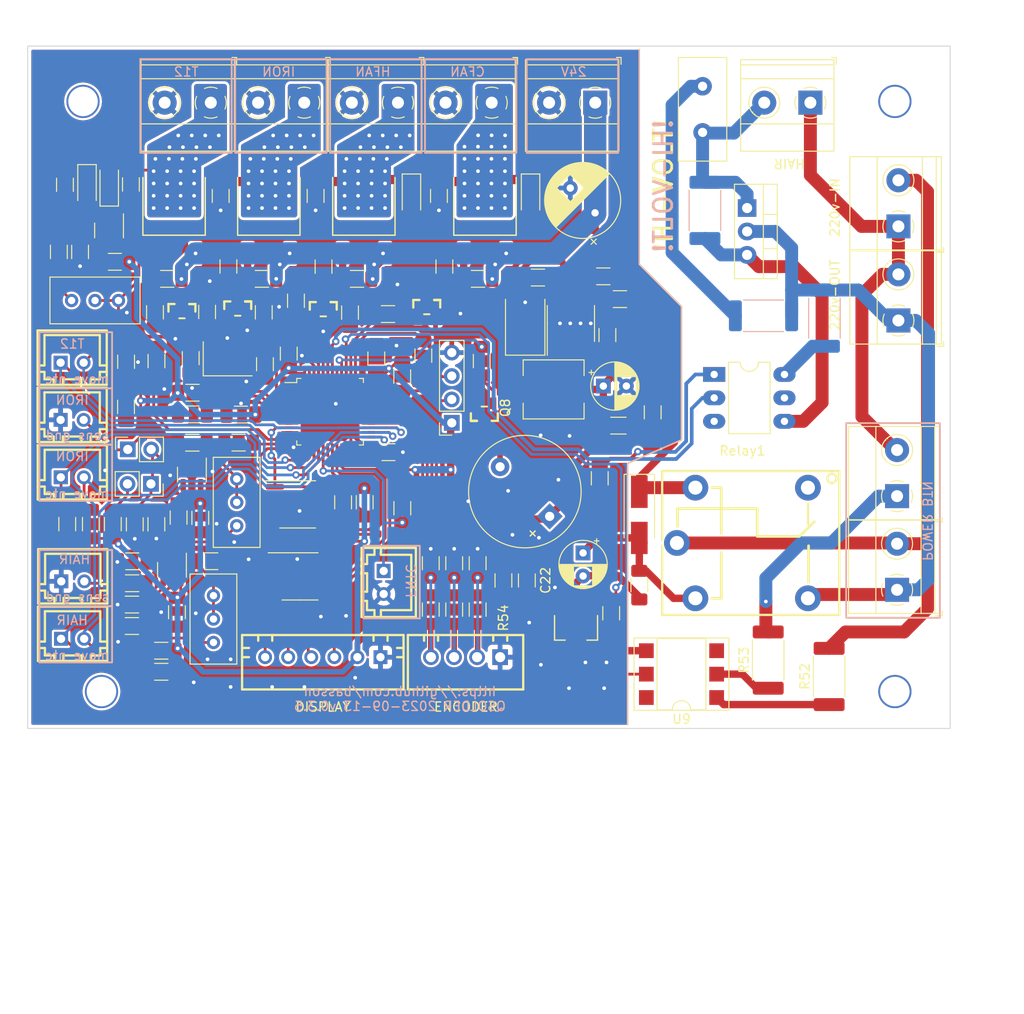
<source format=kicad_pcb>
(kicad_pcb (version 20221018) (generator pcbnew)
  (layers (0 "F.Cu" signal) (31 "B.Cu" signal) (34 "B.Paste" user) (35 "F.Paste" user) (36 "B.SilkS" user "B.Silkscreen") (37 "F.SilkS" user "F.Silkscreen") (38 "B.Mask" user) (39 "F.Mask" user) (44 "Edge.Cuts" user))
  (net 0 "")
  (net 1 "+3V3")
  (net 2 "Net-(BZ1-+)")
  (net 3 "GND")
  (net 4 "/NRST")
  (net 5 "Net-(U2-PD0)")
  (net 6 "Net-(U2-PD1)")
  (net 7 "/REF")
  (net 8 "Net-(J7-Pin_2)")
  (net 9 "Net-(J9-Pin_1)")
  (net 10 "Net-(U5-+INA)")
  (net 11 "Net-(D1-K)")
  (net 12 "/ENC_A")
  (net 13 "/ENC_B")
  (net 14 "/ENC_SW")
  (net 15 "+24V")
  (net 16 "Net-(J13-Pin_2)")
  (net 17 "Net-(D2-A)")
  (net 18 "/SWDIO")
  (net 19 "/SWCLK")
  (net 20 "/SI_COOL")
  (net 21 "Net-(U8-TC)")
  (net 22 "/SI_D907_MOVE")
  (net 23 "/SI_D907_NTC")
  (net 24 "Net-(D5-A)")
  (net 25 "Net-(CN4-Pad2)")
  (net 26 "/SI_HAIR_MOVE")
  (net 27 "/SI_HAIR_NTC")
  (net 28 "/SI_T12_MOVE")
  (net 29 "/SI_T12_NTC")
  (net 30 "/Hakko T12/Sensor")
  (net 31 "/SCL")
  (net 32 "/SDA")
  (net 33 "Net-(Q9-C)")
  (net 34 "Net-(D6-K)")
  (net 35 "Net-(C15-Pad1)")
  (net 36 "Net-(J7-Pin_1)")
  (net 37 "Net-(D4-K)")
  (net 38 "Net-(J8-Pin_2)")
  (net 39 "Net-(Q1-G)")
  (net 40 "Net-(Q2-B)")
  (net 41 "Net-(Q2-C)")
  (net 42 "/BOOT0")
  (net 43 "Net-(Q3-G)")
  (net 44 "Net-(R12-Pad2)")
  (net 45 "Net-(Q4-G)")
  (net 46 "/SI_D907")
  (net 47 "/PWM_D907")
  (net 48 "Net-(Q5-B)")
  (net 49 "Net-(R21-Pad2)")
  (net 50 "Net-(Q5-C)")
  (net 51 "/SI_HAIR")
  (net 52 "Net-(R23-Pad2)")
  (net 53 "Net-(R25-Pad1)")
  (net 54 "/PWM_HFAN")
  (net 55 "Net-(Q6-G)")
  (net 56 "Net-(R34-Pad2)")
  (net 57 "Net-(Q7-B)")
  (net 58 "/SI_T12")
  (net 59 "/PWM_T12")
  (net 60 "/BUZZER")
  (net 61 "Net-(Q7-C)")
  (net 62 "Net-(Q8-B)")
  (net 63 "Net-(Q9-B)")
  (net 64 "Net-(Q10-G)")
  (net 65 "Net-(Q11-B)")
  (net 66 "Net-(Q11-C)")
  (net 67 "Net-(U4--INA)")
  (net 68 "/DSP_RST")
  (net 69 "Net-(U4-OUTA)")
  (net 70 "Net-(U5--INA)")
  (net 71 "Net-(U5-OUTA)")
  (net 72 "/PWM_COOL")
  (net 73 "Net-(U7--INA)")
  (net 74 "/PWM_HAIR")
  (net 75 "Net-(U7-OUTA)")
  (net 76 "Net-(U8-DC)")
  (net 77 "/DSP_BCLK")
  (net 78 "/POWER_BTN_MCU")
  (net 79 "Net-(U8-Vfb)")
  (net 82 "/POWER_ON")
  (net 92 "/Neutral")
  (net 93 "/Power/220L")
  (net 94 "Net-(J3-Pin_1)")
  (net 95 "/220V")
  (net 96 "Net-(R52-Pad1)")
  (net 97 "Net-(R53-Pad1)")
  (footprint "Resistor_SMD:R_1206_3216Metric_Pad1.30x1.75mm_HandSolder" (layer "F.Cu") (at 88.61 100.12 90)
    (fp_text reference "R47" hide)
    (fp_text value "4k7")
  )
  (footprint "Resistor_SMD:R_1206_3216Metric_Pad1.30x1.75mm_HandSolder" (layer "F.Cu") (at 114.3 108.458 -90)
    (fp_text reference "R46" hide)
    (fp_text value "1k")
  )
  (footprint "Diode_SMD:D_SOD-123" (layer "F.Cu") (at 102.51 66.12 -90)
    (fp_text reference "D6" hide)
    (fp_text value "1N4148W")
  )
  (footprint "Capacitor_SMD:C_1206_3216Metric_Pad1.33x1.80mm_HandSolder" (layer "F.Cu") (at 68.92 66.25 90)
    (fp_text reference "C11" hide)
    (fp_text value "10nF")
  )
  (footprint "Resistor_SMD:R_1206_3216Metric_Pad1.30x1.75mm_HandSolder" (layer "F.Cu") (at 90.89 83.57 -90)
    (fp_text reference "R4" hide)
    (fp_text value "10K")
  )
  (footprint "Resistor_SMD:R_1206_3216Metric_Pad1.30x1.75mm_HandSolder" (layer "F.Cu") (at 91.694 111.11 90)
    (fp_text reference "R42" hide)
    (fp_text value "10K")
  )
  (footprint "Resistor_SMD:R_1206_3216Metric_Pad1.30x1.75mm_HandSolder" (layer "F.Cu") (at 51.38 72.32 -90)
    (fp_text reference "R34" hide)
    (fp_text value "100k")
  )
  (footprint "Capacitor_SMD:C_1206_3216Metric_Pad1.33x1.80mm_HandSolder" (layer "F.Cu") (at 96.774 106.08 90)
    (fp_text reference "C18" hide)
    (fp_text value "0.1uF")
  )
  (footprint "easyeda2kicakd:TO-252-3_L6.5-W5.8-P4.58-BR" (layer "F.Cu") (at 74.14 69.13 -90)
    (fp_text reference "Q1" hide)
    (fp_text value "IRFR5505TR")
  )
  (footprint "Diode_SMD:D_SOD-123" (layer "F.Cu") (at 56.84 65.1 90)
    (fp_text reference "D3" hide)
    (fp_text value "1N4148W")
  )
  (footprint "Connector_PinSocket_2.54mm:PinSocket_1x02_P2.54mm_Vertical" (layer "F.Cu") (at 61.36 97.48 -90)
    (fp_text reference "J8" hide)
    (fp_text value "JP2")
  )
  (footprint "Resistor_SMD:R_1206_3216Metric_Pad1.30x1.75mm_HandSolder" (layer "F.Cu") (at 80.07 73.92 90)
    (fp_text reference "R27" hide)
    (fp_text value "200")
  )
  (footprint "Resistor_SMD:R_1206_3216Metric_Pad1.30x1.75mm_HandSolder" (layer "F.Cu") (at 110.01 96.87 90)
    (fp_text reference "R23" hide)
    (fp_text value "220")
  )
  (footprint "Capacitor_SMD:C_1206_3216Metric_Pad1.33x1.80mm_HandSolder" (layer "F.Cu") (at 115.75 89.72 90)
    (fp_text reference "C21" hide)
    (fp_text value "0.1uF")
  )
  (footprint "easyeda2kicakd:TO-252-3_L6.5-W5.8-P4.58-BR" (layer "F.Cu") (at 97.57 69.13 -90)
    (fp_text reference "Q10" hide)
    (fp_text value "IRFR5505TR")
  )
  (footprint "Diode_SMD:D_2114_3652Metric_Pad1.85x3.75mm_HandSolder" (layer "F.Cu") (at 101.93 80.06 90)
    (fp_text reference "D4" hide)
    (fp_text value "1N5819WS")
  )
  (footprint "Diode_SMD:D_SOD-123" (layer "F.Cu") (at 54.43 65.1 -90)
    (fp_text reference "D2" hide)
    (fp_text value "1N4148W")
  )
  (footprint "Resistor_SMD:R_1206_3216Metric_Pad1.30x1.75mm_HandSolder" (layer "F.Cu") (at 59.19 65 -90)
    (fp_text reference "R32" hide)
    (fp_text value "22k")
  )
  (footprint "Capacitor_SMD:C_1206_3216Metric_Pad1.33x1.80mm_HandSolder" (layer "F.Cu") (at 65.86 89.94)
    (fp_text reference "C1" hide)
    (fp_text value "0.1uF")
  )
  (footprint "Resistor_SMD:R_1206_3216Metric_Pad1.30x1.75mm_HandSolder" (layer "F.Cu") (at 58.67 84.23 90)
    (fp_text reference "R30" hide)
    (fp_text value "10k")
  )
  (footprint "Resistor_SMD:R_1206_3216Metric_Pad1.30x1.75mm_HandSolder" (layer "F.Cu") (at 88.6 85.84 -90)
    (fp_text reference "R2" hide)
    (fp_text value "10K")
  )
  (footprint "Resistor_SMD:R_1206_3216Metric_Pad1.30x1.75mm_HandSolder" (layer "F.Cu") (at 69.76 73.9 90)
    (fp_text reference "R15" hide)
    (fp_text value "200")
  )
  (footprint "easyeda2kicad:SOT-23-3_L2.9-W1.3-P1.90-LS2.4-TR" (layer "F.Cu") (at 64.72 78.62 -90)
    (fp_text reference "Q7" hide)
    (fp_text value "2n3904S-RTK_PS_C18536")
  )
  (footprint "Package_TO_SOT_THT:TO-220-3_Vertical" (layer "F.Cu") (at 125.984 67.564 -90)
    (fp_text reference "Q4" hide)
    (fp_text value "BTA16-600B")
  )
  (footprint "easyeda2kicad:CONN-TH_2P-P2.50_HC-XH-2A-G" (layer "F.Cu") (at 86.59 108.17 -90)
    (fp_text reference "CN9" hide)
    (fp_text value "HC-XH-2A-G")
  )
  (footprint "Capacitor_SMD:C_1206_3216Metric_Pad1.33x1.80mm_HandSolder" (layer "F.Cu") (at 57.45 73.39)
    (fp_text reference "C16" hide)
    (fp_text value "0.1uF")
  )
  (footprint "Capacitor_SMD:C_1206_3216Metric_Pad1.33x1.80mm_HandSolder" (layer "F.Cu") (at 71.11 89.96 180)
    (fp_text reference "C6" hide)
    (fp_text value "0.1uF")
  )
  (footprint "Package_TO_SOT_SMD:SOT-23-5" (layer "F.Cu") (at 56.82 69.99 -90)
    (fp_text reference "U7" hide)
    (fp_text value "AD8541AKSZ-REEL7")
  )
  (footprint "Resistor_SMD:R_1206_3216Metric_Pad1.30x1.75mm_HandSolder" (layer "F.Cu") (at 61.95 101.86 90)
    (fp_text reference "R11" hide)
    (fp_text value "1k")
  )
  (footprint "Capacitor_SMD:C_1206_3216Metric_Pad1.33x1.80mm_HandSolder" (layer "F.Cu") (at 85.79 83.88 90)
    (fp_text reference "C4" hide)
    (fp_text value "0.1uF")
  )
  (footprint "Connector_PinSocket_2.54mm:PinSocket_1x04_P2.54mm_Vertical" (layer "F.Cu") (at 93.97 90.86 180)
    (fp_text reference "J1" hide)
    (fp_text value "Conn_01x04_Male")
  )
  (footprint "Capacitor_SMD:C_1206_3216Metric_Pad1.33x1.80mm_HandSolder" (layer "F.Cu") (at 110.84 81.34 90)
    (fp_text reference "C25" hide)
    (fp_text value "45pF")
  )
  (footprint "Package_SO:SOIC-8_3.9x4.9mm_P1.27mm" (layer "F.Cu") (at 77.27 99.7)
    (fp_text reference "U3" hide)
    (fp_text value "TL431D")
  )
  (footprint "Potentiometer_THT:Potentiometer_Bourns_3296W_Vertical" (layer "F.Cu") (at 70.66 102.02 -90)
    (fp_text reference "RV1" hide)
    (fp_text value "500k")
  )
  (footprint "Resistor_SMD:R_1206_3216Metric_Pad1.30x1.75mm_HandSolder" (layer "F.Cu") (at 110.4 74.97 180)
    (fp_text reference "R44" hide)
    (fp_text value "11k")
  )
  (footprint "Resistor_SMD:R_1206_3216Metric_Pad1.30x1.75mm_HandSolder" (layer "F.Cu") (at 73.39 75.24)
    (fp_text reference "R14" hide)
    (fp_text value "10K")
  )
  (footprint "Resistor_SMD:R_1206_3216Metric_Pad1.30x1.75mm_HandSolder" (layer "F.Cu") (at 77.08 77.62 -90)
    (fp_text reference "R3" hide)
    (fp_text value "10K")
  )
  (footprint "Resistor_SMD:R_1206_3216Metric_Pad1.30x1.75mm_HandSolder" (layer "F.Cu") (at 59.3 110.565)
    (fp_text reference "R20" hide)
    (fp_text value "1k")
  )
  (footprint "Resistor_SMD:R_1206_3216Metric_Pad1.30x1.75mm_HandSolder" (layer "F.Cu") (at 53.68 72.32 90)
    (fp_text reference "R33" hide)
    (fp_text value "1k")
  )
  (footprint "Capacitor_SMD:C_1206_3216Metric_Pad1.33x1.80mm_HandSolder" (layer "F.Cu") (at 73.72 84.5 90)
    (fp_text reference "C2" hide)
    (fp_text value "22pF")
  )
  (footprint "easyeda2kicad:CONN-TH_4P-P2.50_HC-XH-4A-G" (layer "F.Cu") (at 95.464 116.27 180)
    (fp_text reference "CN8" hide)
    (fp_text value "HC-XH-4A-G")
  )
  (footprint "Inductor_SMD:L_1206_3216Metric_Pad1.22x1.90mm_HandSolder" (layer "F.Cu") (at 112.03 91.16)
    (fp_text reference "L1" hide)
    (fp_text value "22uH")
  )
  (footprint "Resistor_SMD:R_1206_3216Metric_Pad1.30x1.75mm_HandSolder" (layer "F.Cu") (at 112.2 77.44 180)
    (fp_text reference "R45" hide)
    (fp_text value "18k")
  )
  (footprint "easyeda2kicad:CONN-TH_2P-P2.50_HC-XH-2A-G" (layer "F.Cu") (at 52.87 114.28)
    (fp_text reference "CN5" hide)
    (fp_text value "HC-XH-2A-G")
  )
  (footprint "easyeda2kicad:CONN-TH_2P-P2.50_HC-XH-2A-G" (layer "F.Cu") (at 52.89 108.05)
    (fp_text reference "CN4" hide)
    (fp_text value "HC-XH-2A-G")
  )
  (footprint "Capacitor_THT:CP_Radial_D8.0mm_P3.80mm" (layer "F.Cu") (at 109.503503 68.083463 135)
    (fp_text reference "C24" hide)
    (fp_text value "100uF")
  )
  (footprint "Package_TO_SOT_SMD:SOT-23-5" (layer "F.Cu") (at 65.8 96.47 -90)
    (fp_text reference "U4" hide)
    (fp_text value "AD8541AKSZ-REEL7")
  )
  (footprint "Resistor_SMD:R_1206_3216Metric_Pad1.30x1.75mm_HandSolder" (layer "F.Cu") (at 63.13 75.24)
    (fp_text reference "R36" hide)
    (fp_text value "10K")
  )
  (footprint "Resistor_SMD:R_1206_3216Metric_Pad1.30x1.75mm_HandSolder" (layer "F.Cu") (at 54.85 101.84 90)
    (fp_text reference "R7" hide)
    (fp_text value "10k")
  )
  (footprint "Capacitor_SMD:C_1206_3216Metric_Pad1.33x1.80mm_HandSolder" (layer "F.Cu") (at 92.58 66.25 90)
    (fp_text reference "C28" hide)
    (fp_text value "10nF")
  )
  (footprint "Resistor_SMD:R_1206_3216Metric_Pad1.30x1.75mm_HandSolder" (layer "F.Cu") (at 57.23 101.84 90)
    (fp_text reference "R10" hide)
    (fp_text value "100k")
  )
  (footprint "easyeda2kicad:RELAY-TH_SRD-XXVDC-XL-C" (layer "F.Cu") (at 125.476 103.886)
    (fp_text reference "Relay1")
    (fp_text value "SRD-12VDC-SL-C")
  )
  (footprint "Crystal:Crystal_SMD_5032-4Pin_5.0x3.2mm" (layer "F.Cu") (at 69.68 83.91)
    (fp_text reference "Y1" hide)
    (fp_text value "Crystal_GND24")
  )
  (footprint "Resistor_SMD:R_1206_3216Metric_Pad1.30x1.75mm_HandSolder" (layer "F.Cu") (at 97.22 84.16 90)
    (fp_text reference "R39" hide)
    (fp_text value "1K")
  )
  (footprint "Resistor_SMD:R_1206_3216Metric_Pad1.30x1.75mm_HandSolder" (layer "F.Cu") (at 96.774 111.11 90)
    (fp_text reference "R40" hide)
    (fp_text value "10K")
  )
  (footprint "easyeda2kicad:SOT-23-3_L2.9-W1.3-P1.90-LS2.4-TR" (layer "F.Cu") (at 97.5 89.99 90)
    (fp_text reference "Q8")
    (fp_text value "2n3904S-RTK_PS_C18536")
  )
  (footprint "Resistor_SMD:R_1206_3216Metric_Pad1.30x1.75mm_HandSolder" (layer "F.Cu") (at 87.06 79.06)
    (fp_text reference "R50" hide)
    (fp_text value "10K")
  )
  (footprint "Resistor_SMD:R_1206_3216Metric_Pad1.30x1.75mm_HandSolder" (layer "F.Cu") (at 83.7 75.24)
    (fp_text reference "R26" hide)
    (fp_text value "10K")
  )
  (footprint "easyeda2kicad:CONN-TH_2P-P2.50_HC-XH-2A-G" (layer "F.Cu") (at 52.84 96.77)
    (fp_text reference "CN3" hide)
    (fp_text value "HC-XH-2A-G")
  )
  (footprint "Resistor_SMD:R_1206_3216Metric_Pad1.30x1.75mm_HandSolder" (layer "F.Cu") (at 65.86 87.59)
    (fp_text reference "R1" hide)
    (fp_text value "10K")
  )
  (footprint "Resistor_SMD:R_1206_3216Metric_Pad1.30x1.75mm_HandSolder" (layer "F.Cu") (at 59.32 108.255)
    (fp_text reference "R17" hide)
    (fp_text value "10k")
  )
  (footprint "Capacitor_THT:CP_Radial_D5.0mm_P2.50mm" (layer "F.Cu") (at 108.204 104.966888 -90)
    (fp_text reference "C27" hide)
    (fp_text value "10uF")
  )
  (footprint "easyeda2kicad:SOT-23-3_L2.9-W1.3-P1.90-LS2.4-TR" (layer "F.Cu") (at 70.77 78.34 -90)
    (fp_text reference "Q2" hide)
    (fp_text value "2n3904S-RTK_PS_C18536")
  )
  (footprint "Resistor_SMD:R_1206_3216Metric_Pad1.30x1.75mm_HandSolder" (layer "F.Cu") (at 84.53 99.47 90)
    (fp_text reference "R5" hide)
    (fp_text value "750R")
  )
  (footprint "Resistor_SMD:R_1206_3216Metric_Pad1.30x1.75mm_HandSolder" (layer "F.Cu") (at 103.31 75.1 180)
    (fp_text reference "R43" hide)
    (fp_text value "0.3")
  )
  (footprint "Diode_SMD:D_SMA_Handsoldering" (layer "F.Cu") (at 114.3 100.838 -90)
    (fp_text reference "D5" hide)
    (fp_text value "D")
  )
  (footprint "TerminalBlock_Phoenix:TerminalBlock_Phoenix_MKDS-1,5-2_1x02_P5.00mm_Horizontal" (layer "F.Cu") (at 98.298 56.134 180)
    (fp_text reference "J22" hide)
    (fp_text value "FAN_24V")
  )
  (footprint "Resistor_SMD:R_2512_6332Metric_Pad1.40x3.35mm_HandSolder" (layer "F.Cu") (at 134.874 118.364 90)
    (fp_text reference "R52")
    (fp_text value "33k")
  )
  (footprint "Resistor_SMD:R_1206_3216Metric_Pad1.30x1.75mm_HandSolder" (layer "F.Cu") (at 61.8 78.87 90)
    (fp_text reference "R37" hide)
    (fp_text value "200")
  )
  (footprint "Resistor_SMD:R_1206_3216Metric_Pad1.30x1.75mm_HandSolder" (layer "F.Cu") (at 94.234 111.11 -90)
    (fp_text reference "R41" hide)
    (fp_text value "10K")
  )
  (footprint "Resistor_SMD:R_1206_3216Metric_Pad1.30x1.75mm_HandSolder" (layer "F.Cu") (at 58.66 89.13 -90)
    (fp_text reference "R31" hide)
    (fp_text value "4k7")
  )
  (footprint "Resistor_SMD:R_1206_3216Metric_Pad1.30x1.75mm_HandSolder" (layer "F.Cu") (at 93.17 73.91 90)
    (fp_text reference "R49" hide)
    (fp_text value "200")
  )
  (footprint "Resistor_SMD:R_1206_3216Metric_Pad1.30x1.75mm_HandSolder" (layer "F.Cu") (at 99.568 107.95 90)
    (fp_text reference "R54")
    (fp_text value "10k")
  )
  (footprint "Capacitor_SMD:C_1206_3216Metric_Pad1.33x1.80mm_HandSolder" (layer "F.Cu") (at 66.71 101.16 90)
    (fp_text reference "C9" hide)
    (fp_text value "0.1uF")
  )
  (footprint "Buzzer_Beeper:Buzzer_12x9.5RM7.6" (layer "F.Cu") (at 104.58 101 135)
    (fp_text reference "BZ1" hide)
    (fp_text value "Buzzer")
  )
  (footprint "Capacitor_SMD:C_1206_3216Metric_Pad1.33x1.80mm_HandSolder" (layer "F.Cu") (at 87.11 94.04)
    (fp_text reference "C5" hide)
    (fp_text value "0.1uF")
  )
  (footprint "easyeda2kicakd:TO-252-3_L6.5-W5.8-P4.58-BR" (layer "F.Cu") (at 84.44 69.13 -90)
    (fp_text reference "Q3" hide)
    (fp_text value "IRFR5505TR")
  )
  (footprint "Resistor_SMD:R_1206_3216Metric_Pad1.30x1.75mm_HandSolder" (layer "F.Cu") (at 62.484 117.856)
    (fp_text reference "R19" hide)
    (fp_text value "4k7")
  )
  (footprint "Resistor_SMD:R_1206_3216Metric_Pad1.30x1.75mm_HandSolder" (layer "F.Cu") (at 70.87 93)
    (fp_text reference "R13" hide)
    (fp_text value "470")
  )
  (footprint "Package_QFP:LQFP-48_7x7mm_P0.5mm" (layer "F.Cu") (at 80.78 89.65)
    (fp_text reference "U2" hide)
    (fp_text value "STM32F103CBTx")
  )
  (footprint "Resistor_SMD:R_1206_3216Metric_Pad1.30x1.75mm_HandSolder" (layer "F.Cu") (at 73.59 78.87 90)
    (fp_text reference "R16" hide)
    (fp_text value "10K")
  )
  (footprint "Resistor_SMD:R_1206_3216Metric_Pad1.30x1.75mm_HandSolder" (layer "F.Cu") (at 67.89 105.865)
    (fp_text reference "R22" hide)
    (fp_text value "470")
  )
  (footprint "TerminalBlock_Phoenix:TerminalBlock_Phoenix_MKDS-1,5-2_1x02_P5.00mm_Horizontal" (layer "F.Cu") (at 142.385 69.55 90)
    (fp_text reference "J2" hide)
    (fp_text value "220")
  )
  (footprint "TerminalBlock_Phoenix:TerminalBlock_Phoenix_MKDS-1,5-2_1x02_P5.00mm_Horizontal" (layer "F.Cu") (at 142.24 98.806 90)
    (fp_text reference "J3" hide)
    (fp_text value "POWER_BTN_MCU")
  )
  (footprint "Resistor_SMD:R_1206_3216Metric_Pad1.30x1.75mm_HandSolder" (layer "F.Cu") (at 111.252 111.506 90)
    (fp_text reference "R6" hide)
    (fp_text value "10k")
  )
  (footprint "TerminalBlock_Phoenix:TerminalBlock_Phoenix_MKDS-1,5-2_1x02_P5.00mm_Horizontal" (layer "F.Cu") (at 67.85 56.135 180)
    (fp_text reference "J15" hide)
    (fp_text value "PWR_T12")
  )
  (footprint "Capacitor_SMD:C_1206_3216Metric_Pad1.33x1.80mm_HandSolder" (layer "F.Cu") (at 91.694 106.08 90)
    (fp_text reference "C20" hide)
    (fp_text value "0.1uF")
  )
  (footprint "Package_DIP:DIP-6_W7.62mm_LongPads" (layer "F.Cu") (at 122.413 85.613)
    (fp_text reference "U6" hide)
    (fp_text value "MOC3041M")
  )
  (footprint "Resistor_SMD:R_1206_3216Metric_Pad1.30x1.75mm_HandSolder" (layer "F.Cu") (at 52.29 101.84 -90)
    (fp_text reference "R8" hide)
    (fp_text value "4k7")
  )
  (footprint "Capacitor_SMD:C_1206_3216Metric_Pad1.33x1.80mm_HandSolder" (layer "F.Cu") (at 82.19 99.47 -90)
    (fp_text reference "C8" hide)
    (fp_text value "0.1uF")
  )
  (footprint "Package_DIP:DIP-6_W7.62mm_SMDSocket_SmallPads" (layer "F.Cu") (at 118.872 118.11 180)
    (fp_text reference "U9")
    (fp_text value "H11AA1")
  )
  (footprint "Potentiometer_THT:Potentiometer_Bourns_3296W_Vertical" (layer "F.Cu") (at 68.14 114.675 -90)
    (fp_text reference "RV2" hide)
    (fp_text value "500k")
  )
  (footprint "easyeda2kicakd:TO-252-3_L6.5-W5.8-P4.58-BR" (layer "F.Cu") (at 63.87 69.13 -90)
    (fp_text reference "Q6" hide)
    (fp_text value "IRFR5505TR")
  )
  (footprint "TerminalBlock_Phoenix:TerminalBlock_Phoenix_MKDS-1,5-2_1x02_P5.00mm_Horizontal" (layer "F.Cu") (at 88.138 56.134 180)
    (fp_text reference "J12" hide)
    (fp_text value "FAN_D858")
  )
  (footprint "TerminalBlock_Phoenix:TerminalBlock_Phoenix_MKDS-1,5-2_1x02_P5.00mm_Horizontal" (layer "F.Cu") (at 142.24 108.966 90)
    (fp_text reference "J20" hide)
    (fp_text value "POWER_BTN")
  )
  (footprint "Capacitor_SMD:C_1206_3216Metric_Pad1.33x1.80mm_HandSolder" (layer "F.Cu") (at 79.21 66.25 90)
    (fp_text reference "C14" hide)
    (fp_text value "10nF")
  )
  (footprint "easyeda2kicad:SOT-23-3_L2.9-W1.3-P1.90-LS2.4-TR" (layer "F.Cu") (at 91.26 78.18 -90)
    (fp_text reference "Q11" hide)
    (fp_text value "2n3904S-RTK_PS_C18536")
  )
  (footprint "Resistor_SMD:R_1206_3216Metric_Pad1.30x1.75mm_HandSolder" (layer "F.Cu") (at 59.3 112.895 180)
    (fp_text reference "R21" hide)
    (fp_text value "10k")
  )
  (footprint "Connector_PinSocket_2.54mm:PinSocket_1x02_P2.54mm_Vertical" (layer "F.Cu") (at 58.85 93.74 90)
    (fp_text reference "J7" hide)
    (fp_text value "JP1")
  )
  (footprint "Inductor_SMD:L_6.3x6.3_H3" (layer "F.Cu") (at 105.01 87.23)
    (fp_text reference "L2" hide)
    (fp_text value "22uH")
  )
  (footprint "Capacitor_THT:C_Disc_D11.0mm_W5.0mm_P5.00mm" (layer "F.Cu") (at 121.158 54.356 -90)
    (fp_text reference "C15" hide)
    (fp_text value "0.01uF")
  )
  (footprint "Resistor_SMD:R_1206_3216Metric_Pad1.30x1.75mm_HandSolder" (layer "F.Cu") (at 96.81 75.24)
    (fp_text reference "R48" hide)
    (fp_text value "10K")
  )
  (footprint "Capacitor_SMD:C_1206_3216Metric_Pad1.33x1.80mm_HandSolder" (layer "F.Cu") (at 64.18 111.395 90)
    (fp_text reference "C12" hide)
    (fp_text value "0.1uF")
  )
  (footprint "TerminalBlock_Phoenix:TerminalBlock_Phoenix_MKDS-1,5-2_1x02_P5.00mm_Horizontal" (layer "F.Cu") (at 132.842 56.134 180)
    (fp_text reference "J13" hide)
    (fp_text value "Load")
  )
  (footprint "Resistor_SMD:R_1206_3216Metric_Pad1.30x1.75mm_HandSolder" (layer "F.Cu") (at 64.36 101.13 -90)
    (fp_text reference "R12" hide)
    (fp_text value "100k")
  )
  (footprint "Package_SO:SOIC-8_3.9x4.9mm_P1.27mm" (layer "F.Cu") (at 77.52 107.51)
    (fp_text reference "U1" hide)
    (fp_text value "FM24C64B")
  )
  (footprint "Capacitor_SMD:C_1206_3216Metric_Pad1.33x1.80mm_HandSolder" (layer "F.Cu") (at 65.67 83.84 90)
    (fp_text reference "C3" hide)
    (fp_text value "22pF")
  )
  (footprint "Resistor_SMD:R_1206_3216Metric_Pad1.30x1.75mm_HandSolder" (layer "F.Cu") (at 67.45 78.83 90)
    (fp_text reference "R38" hide)
    (fp_text value "10K")
  )
  (footprint "Resistor_SMD:R_1206_3216Metric_Pad1.30x1.75mm_HandSolder" (layer "F.Cu") (at 65.85 93.01)
    (fp_text reference "R9" hide)
    (fp_text value "10k")
  )
  (footprint "Capacitor_SMD:C_1206_3216Metric_Pad1.33x1.80mm_HandSolder" (layer "F.Cu") (at 76.3 83.35 90)
    (fp_text reference "C7" hide)
    (fp_text value "0.1uF")
  )
  (footprint "Capacitor_SMD:C_1206_3216Metric_Pad1.33x1.80mm_HandSolder" (layer "F.Cu") (at 94.234 106.08 -90)
    (fp_text reference "C19" hide)
    (fp_text value "0.1uF")
  )
  (footprint "TerminalBlock_Phoenix:TerminalBlock_Phoenix_MKDS-1,5-2_1x02_P5.00mm_Horizontal" (layer "F.Cu") (at 109.52 56.135 180)
    (fp_text reference "J18" hide)
    (fp_text value "24v")
  )
  (footprint "Resistor_SMD:R_2512_6332Metric_Pad1.40x3.35mm_HandSolder" (layer "F.Cu") (at 128.27 116.586 90)
    (fp_text reference "R53")
    (fp_text value "33k")
  )
  (footprint "Capacitor_SMD:C_1206_3216Metric_Pad1.33x1.80mm_HandSolder" (layer "F.Cu") (at 52.04 65.04 -90)
    (fp_text reference "C17" hide)
    (fp_text value "0.1uF")
  )
  (footprint "Package_TO_SOT_SMD:SOT-23-5" (layer "F.Cu") (at 63.64 106.795 -90)
    (fp_text reference "U5" hide)
    (fp_text value "AD8541AKSZ-REEL7")
  )
  (footprint "Capacitor_SMD:C_1206_3216Metric_Pad1.33x1.80mm_HandSolder" (layer "F.Cu") (at 102.108 107.95 -90)
    (fp_text reference "C22")
    (fp_text value "1uF")
  )
  (footprint "easyeda2kicad:CONN-TH_6P-P2.50_HC-XH-6A-G" (layer "F.Cu") (at 79.99 116.27 180)
    (fp_text reference "CN7" hide)
    (fp_text value "HC-XH-6A-G")
  )
  (footprint "Package_SO:SOIC-8_3.9x4.9mm_P1.27mm" (layer "F.Cu") (at 106.88 80.08 90)
    (fp_text reference "U8" hide)
    (fp_text value "MC34063AD")
  )
  (footprint "Capacitor_THT:CP_Radial_D5.0mm_P2.50mm" (layer "F.Cu") (at 110.4 86.868)
    (fp_text reference "C26" hide)
    (fp_text value "10uF")
  )
  (footprint "easyeda2kicad:CONN-TH_2P-P2.50_HC-XH-2A-G" (layer "F.Cu") (at 52.82 84.33)
    (fp_text reference "CN6" hide)
    (fp_text value "HC-XH-2A-G")
  )
  (footprint "Resistor_SMD:R_1206_3216Metric_Pad1.30x1.75mm_HandSolder" (layer "F.Cu") (at 62.484 115.57 180)
    (fp_text reference "R18" hide)
    (fp_text value "10k")
  )
  (footprint "easyeda2kicad:SOT-89-3_L4.5-W2.5-P1.50-LS4.2-BR" (layer "F.Cu") (at 107.442 112.472 90)
    (fp_text reference "Q9" hide)
    (fp_text value "BCX56")
  )
  (footprint "Capacitor_SMD:C_1206_3216Metric_Pad1.33x1.80mm_HandSolder" (layer "F.Cu") (at 59.34 105.875)
    (fp_text reference "C13" hide)
    (fp_text value "0.1uF")
  )
  (footprint "easyeda2kicad:CONN-TH_2P-P2.50_HC-XH-2A-G" (layer "F.Cu") (at 52.82 90.54)
    (fp_text reference "CN2" hide)
    (fp_text value "HC-XH-2A-G")
  )
  (footprint "Potentiometer_THT:Potentiometer_Bourns_3296W_Vertical" (layer "F.Cu") (at 52.76 77.59 180)
    (fp_text reference "RV3" hide)
    (fp_text value "500k")
  )
  (footprint "Resistor_SMD:R_1206_3216Metric_Pad1.30x1.75mm_HandSolder" (layer "F.Cu") (at 82.94 78.9 90)
    (fp_text reference "R29" hide)
    (fp_text value "10K")
  )
  (footprint "TerminalBlock_Phoenix:TerminalBlock_Phoenix_MKDS-1,5-2_1x02_P5.00mm_Horizontal" (layer "F.Cu") (at 77.978 56.134 180)
    (fp_text reference "J9" hide)
    (fp_text value "PWR_D907")
  )
  (footprint "easyeda2kicad:SOT-23-3_L2.9-W1.3-P1.90-LS2.4-TR" (layer "F.Cu") (at 80.04 78.41 -90)
    (fp_text reference "Q5" hide)
    (fp_text value "2n3904S-RTK_PS_C18536")
  )
  (footprint "Resistor_SMD:R_1206_3216Metric_Pad1.30x1.75mm_HandSolder" (layer "F.Cu") (at 61.96 84.16 -90)
    (fp_text reference "R35" hide)
    (fp_text value "220")
  )
  (footprint "Diode_SMD:D_SOD-123" (layer "F.Cu") (at 89.6 66.12 -90)
    (fp_text reference "D1" hide)
    (fp_text value "1N4148W")
  )
  (footprint "TerminalBlock_Phoenix:TerminalBlock_Phoenix_MKDS-1,5-2_1x02_P5.00mm_Horizontal" (layer "F.Cu") (at 142.385 79.756 90)
    (fp_text reference "J4" hide)
    (fp_text value "220_OUT")
  )
  (footprint "Capacitor_SMD:C_1206_3216Metric_Pad1.33x1.80mm_HandSolder" (layer "F.Cu") (at 59.61 101.87 90)
    (fp_text reference "C10" hide)
    (fp_text value "0.1uF")
  )
  (footprint "Resistor_SMD:R_2512_6332Metric_Pad1.40x3.35mm_HandSolder" (layer "B.Cu") (at 121.412 67.818 90)
    (fp_text reference "R24" hide)
    (fp_text value "330")
  )
  (footprint "Resistor_SMD:R_2512_6332Metric_Pad1.40x3.35mm_HandSolder" (layer "B.Cu") (at 127.762 79.248)
    (fp_text reference "R28" hide)
    (fp_text value "39")
  )
  (footprint "Resistor_SMD:R_2512_6332Metric_Pad1.40x3.35mm_HandSolder" (layer "B.Cu") (at 134.366 79.502 90)
    (fp_text reference "R25" hide)
    (fp_text value "380")
  )
  (gr_line (start 113.03 95.25) (end 113.03 123.6) (stroke (width 0.15)) (layer "B.SilkS"))
  (gr_rect (start 49.276 93.218) (end 57.15 99.314) (stroke (width 0.2)) (fill none) (layer "B.SilkS"))
  (gr_rect (start 49.276 87.122) (end 57.15 93.218) (stroke (width 0.2)) (fill none) (layer "B.SilkS"))
  (gr_line (start 118.872 78.232) (end 118.872 92.71) (stroke (width 0.15)) (layer "B.SilkS"))
  (gr_line (start 114.3 50.4) (end 114.3 73.66) (stroke (width 0.15)) (layer "B.SilkS"))
  (gr_rect (start 49.276 81.026) (end 57.15 87.122) (stroke (width 0.2)) (fill none) (layer "B.SilkS"))
  (gr_line (start 114.3 73.66) (end 118.872 78.232) (stroke (width 0.15)) (layer "B.SilkS"))
  (gr_rect (start 60.207 51.41) (end 70.113 61.57) (stroke (width 0.2)) (fill none) (layer "B.SilkS"))
  (gr_rect (start 102.094 51.42) (end 112 61.58) (stroke (width 0.2)) (fill none) (layer "B.SilkS"))
  (gr_poly (pts (xy 146.88 90.888) (xy 146.88 112) (xy 136.72 112) (xy 136.72 90.888)) (stroke (width 0.2)) (fill none) (layer "B.SilkS"))
  (gr_rect (start 49.276 110.744) (end 57.15 116.84) (stroke (width 0.2)) (fill none) (layer "B.SilkS"))
  (gr_rect (start 70.494 51.41) (end 80.4 61.57) (stroke (width 0.2)) (fill none) (layer "B.SilkS"))
  (gr_line (start 118.872 92.71) (end 113.03 95.25) (stroke (width 0.15)) (layer "B.SilkS"))
  (gr_rect (start 91.068 51.41) (end 100.974 61.57) (stroke (width 0.2)) (fill none) (layer "B.SilkS"))
  (gr_rect (start 80.781 51.41) (end 90.687 61.57) (stroke (width 0.2)) (fill none) (layer "B.SilkS"))
  (gr_rect (start 49.276 104.648) (end 57.15 110.744) (stroke (width 0.2)) (fill none) (layer "B.SilkS"))
  (gr_poly (pts (xy 90.5 104.19) (xy 90.5 112.064) (xy 84.404 112.064) (xy 84.404 104.19)) (stroke (width 0.2)) (fill none) (layer "B.SilkS"))
  (gr_line (start 118.872 92.71) (end 113.03 95.25) (stroke (width 0.15)) (layer "F.SilkS"))
  (gr_line (start 118.872 78.232) (end 118.872 92.71) (stroke (width 0.15)) (layer "F.SilkS"))
  (gr_line (start 113.03 95.25) (end 113.03 123.6) (stroke (width 0.15)) (layer "F.SilkS"))
  (gr_line (start 114.3 50.4) (end 114.3 73.66) (stroke (width 0.15)) (layer "F.SilkS"))
  (gr_line (start 114.3 73.66) (end 118.872 78.232) (stroke (width 0.15)) (layer "F.SilkS"))
  (gr_rect (start 48 50) (end 148 124) (stroke (width 0.1)) (fill none) (layer "Edge.Cuts"))
  (gr_text "T12\n" (at 52.832 82.296) (layer "B.SilkS") (effects (font (size 1 1)) (justify mirror)))
  (gr_text "HFAN" (at 85.42 52.79) (layer "B.SilkS") (effects (font (size 1 1)) (justify mirror)))
  (gr_text "POWER BTN" (at 145.5 101.5 -90) (layer "B.SilkS") (effects (font (size 1 1)) (justify mirror)))
  (gr_text "sens gnd\n" (at 53.387619 92.202) (layer "B.SilkS") (effects (font (size 1 1)) (justify mirror)))
  (gr_text "24V" (at 107.19 52.79) (layer "B.SilkS") (effects (font (size 1 1)) (justify mirror)))
  (gr_text "sens gnd\n" (at 53.387619 109.728) (layer "B.SilkS") (effects (font (size 1 1)) (justify mirror)))
  (gr_text "IRON\n" (at 52.832 94.488) (layer "B.SilkS") (effects (font (size 1 1)) (justify mirror)))
  (gr_text "move ntc" (at 53.34 116.078) (layer "B.SilkS") (effects (font (size 1 1)) (justify mirror)))
  (gr_text "IRON" (at 75.21 52.79) (layer "B.SilkS") (effects (font (size 1 1)) (justify mirror)))
  (gr_text "move ntc\n" (at 53.34 86.106) (layer "B.SilkS") (effects (font (size 1 1)) (justify mirror)))
  (gr_text "HAIR\n" (at 52.832 112.268) (layer "B.SilkS") (effects (font (size 1 1)) (justify mirror)))
  (gr_text "IRON" (at 52.832 88.392) (layer "B.SilkS") (effects (font (size 1 1)) (justify mirror)))
  (gr_text "FNTC" (at 89.484001 108 270) (layer "B.SilkS") (effects (font (size 1 1)) (justify mirror)))
  (gr_text "CFAN" (at 95.68 52.79) (layer "B.SilkS") (effects (font (size 1 1)) (justify mirror)))
  (gr_text "!HI-VOLT!" (at 116.9 65.2 90) (layer "B.SilkS") (effects (font (size 2 2) (thickness 0.3)) (justify mirror)))
  (gr_text "move ntc\n" (at 53.34 98.552) (layer "B.SilkS") (effects (font (size 1 1)) (justify mirror)))
  (gr_text "https://github.com/basson\nQSOLDER 2023-09-13 v0.3.5" (at 88.35 120.79) (layer "B.SilkS") (effects (font (size 1 1)) (justify mirror)))
  (gr_text "HAIR" (at 53.086 105.664) (layer "B.SilkS") (effects (font (size 1 1)) (justify mirror)))
  (gr_text "T12" (at 65.19 52.79) (layer "B.SilkS") (effects (font (size 1 1)) (justify mirror)))
  (gr_text "HAIR" (at 130.556 62.738 180) (layer "F.SilkS") (effects (font (size 1 1))))
  (gr_text "220v-IN" (at 135.5 67.5 90) (layer "F.SilkS") (effects (font (size 1 1))))
  (gr_text "DISPLAY" (at 80.01 121.666) (layer "F.SilkS") (effects (font (size 1 1))))
  (gr_text "!HI-VOLT!" (at 116.9 65.125 90) (layer "F.SilkS") (effects (font (size 2 2) (thickness 0.3))))
  (gr_text "ENCODER\n" (at 95.504 121.666) (layer "F.SilkS") (effects (font (size 1 1))))
  (gr_text "220v-OUT" (at 135.5 77 90) (layer "F.SilkS") (effects (font (size 1 1))))
  (via (at 54 56) (size 3.6) (drill 3.2) (layers "F.Cu" "B.Cu") (net 0))
  (via (at 142 120) (size 3.6) (drill 3.2) (layers "F.Cu" "B.Cu") (net 0))
  (via (at 142 56) (size 3.6) (drill 3.2) (layers "F.Cu" "B.Cu") (net 0))
  (via (at 56 120) (size 3.6) (drill 3.2) (layers "F.Cu" "B.Cu") (net 0))
  (segment (start 110.3675 88.8025) (end 110.4 88.77) (width 0.8) (layer "F.Cu") (net 1))
  (segment (start 76.6175 90.9) (end 75.31 90.9) (width 0.3) (layer "F.Cu") (net 1))
  (segment (start 64.59 107.9325) (end 64.59 109.4225) (width 0.3) (layer "F.Cu") (net 1))
  (segment (start 83.7575 94.04) (end 85.5475 94.04) (width 0.3) (layer "F.Cu") (net 1))
  (segment (start 115.8725 91.16) (end 115.75 91.2825) (width 0.8) (layer "F.Cu") (net 1))
  (segment (start 84.9425 86.29) (end 85.79 85.4425) (width 0.3) (layer "F.Cu") (net 1))
  (segment (start 113.6925 91.16) (end 113.6925 92.5875) (width 0.8) (layer "F.Cu") (net 1))
  (segment (start 94.83 101.29) (end 104.29 101.29) (width 0.8) (layer "F.Cu") (net 1))
  (segment (start 57.77 72.1475) (end 59.0125 73.39) (width 0.3) (layer "F.Cu") (net 1))
  (segment (start 78.03 85.4875) (end 76.875 85.4875) (width 0.3) (layer "F.Cu") (net 1))
  (segment (start 113.75 77.44) (end 113.52 77.67) (width 0.8) (layer "F.Cu") (net 1))
  (segment (start 89.92 98.57) (end 90.06 98.71) (width 0.8) (layer "F.Cu") (net 1))
  (segment (start 106.96 95.79) (end 106.96 98.58) (width 0.8) (layer "F.Cu") (net 1))
  (segment (start 86.8075 85.4425) (end 85.79 85.4425) (width 0.3) (layer "F.Cu") (net 1))
  (segment (start 58.66 90.68) (end 58.77 90.68) (width 0.3) (layer "F.Cu") (net 1))
  (segment (start 96.774 109.56) (end 91.694 109.56) (width 0.6) (layer "F.Cu") (net 1))
  (segment (start 83.74 114.78) (end 83.74 116.27) (width 0.6) (layer "F.Cu") (net 1))
  (segment (start 91.694 109.56) (end 89.81 109.56) (width 0.6) (layer "F.Cu") (net 1))
  (segment (start 93.85 95.94) (end 93.85 90.94) (width 0.8) (layer "F.Cu") (net 1))
  (segment (start 57.23 103.39) (end 57.835 103.995) (width 0.3) (layer "F.Cu") (net 1))
  (segment (start 91.694 109.56) (end 88.96 109.56) (width 0.6) (layer "F.Cu") (net 1))
  (segment (start 58.733528 85.78) (end 58.67 85.78) (width 0.3) (layer "F.Cu") (net 1))
  (segment (start 87.765 95.945) (end 85.86 94.04) (width 0.3) (layer "F.Cu") (net 1))
  (segment (start 89.79 107.377239) (end 89.794 107.373239) (width 0.6) (layer "F.Cu") (net 1))
  (segment (start 87.96 84.29) (end 86.8075 85.4425) (width 0.3) (layer "F.Cu") (net 1))
  (segment (start 113.6925 91.16) (end 115.8725 91.16) (width 0.8) (layer "F.Cu") (net 1))
  (segment (start 104.6 101.02) (end 104.58 101) (width 0.8) (layer "F.Cu") (net 1))
  (segment (start 93.85 95.94) (end 93.85 100.31) (width 0.8) (layer "F.Cu") (net 1))
  (segment (start 89.81 109.56) (end 89.79 109.54) (width 0.6) (layer "F.Cu") (net 1))
  (segment (start 109.92 87.23) (end 107.76 87.23) (width 0.8) (layer "F.Cu") (net 1))
  (segment (start 99.528 109.54) (end 99.568 109.5) (width 0.6) (layer "F.Cu") (net 1))
  (segment (start 93.85 100.31) (end 94.83 101.29) (width 0.8) (layer "F.Cu") (net 1))
  (segment (start 85.86 94.04) (end 85.5475 94.04) (width 0.3) (layer "F.Cu") (net 1))
  (segment (start 90.14 103.241233) (end 90.14 96.09) (width 0.6) (layer "F.Cu") (net 1))
  (segment (start 113.52 77.67) (end 113.52 83.63) (width 0.8) (layer "F.Cu") (net 1))
  (segment (start 110.3675 91.16) (end 110.3675 88.8025) (width 0.8) (layer "F.Cu") (net 1))
  (segment (start 64.59 109.4225) (end 64.23125 109.78125) (width 0.3) (layer "F.Cu") (net 1))
  (segment (start 96.774 109.56) (end 96.794 109.54) (width 0.6) (layer "F.Cu") (net 1))
  (segment (start 66.71 97.6475) (end 66.75 97.6075) (width 0.3) (layer "F.Cu") (net 1))
  (segment (start 89.794 107.373239) (end 89.794 103.587233) (width 0.6) (layer "F.Cu") (net 1))
  (segment (start 110.4 88.77) (end 110.4 86.868) (width 0.8) (layer "F.Cu") (net 1))
  (segment (start 64.23125 109.78125) (end 64.18 109.8325) (width 0.3) (layer "F.Cu") (net 1))
  (segment (start 110.01 98.42) (end 106.994 98.42) (width 0.8) (layer "F.Cu") (net 1))
  (segment (start 84.9425 86.9) (end 84.9425 86.29) (width 0.3) (layer "F.Cu") (net 1))
  (segment (start 104.29 101.29) (end 104.58 101) (width 0.8) (layer "F.Cu") (net 1))
  (segment (start 74.37 89.96) (end 72.6725 89.96) (width 0.3) (layer "F.Cu") (net 1))
  (segment (start 96.794 109.54) (end 99.528 109.54) (width 0.6) (layer "F.Cu") (net 1))
  (segment (start 83.53 93.8125) (end 83.7575 94.04) (width 0.3) (layer "F.Cu") (net 1))
  (segment (start 81.9005 103.6995) (end 79.995 105.605) (width 0.3) (layer "F.Cu") (net 1))
  (segment (start 84.5 103.6995) (end 81.9005 103.6995) (width 0.3) (layer "F.Cu") (net 1))
  (segment (start 89.79 109.54) (end 89.79 107.377239) (width 0.6) (layer "F.Cu") (net 1))
  (segment (start 89.794 103.587233) (end 90.14 103.241233) (width 0.6) (layer "F.Cu") (net 1))
  (segment (start 57.77 71.1275) (end 57.77 72.1475) (width 0.3) (layer "F.Cu") (net 1))
  (segment (start 58.77 90.68) (end 60.25 89.2) (width 0.3) (layer "F.Cu") (net 1))
  (segment (start 109.18 93.57) (end 106.96 95.79) (width 0.8) (layer "F.Cu") (net 1))
  (segment (start 75.31 90.9) (end 74.37 89.96) (width 0.3) (layer "F.Cu") (net 1))
  (segment (start 64.262 117.628) (end 64.034 117.856) (width 0.8) (layer "F.Cu") (net 1))
  (segment (start 88.61 98.57) (end 89.92 98.57) (width 0.8) (layer "F.Cu") (net 1))
  (segment (start 106.994 98.42) (end 106.934 98.36) (width 0.8) (layer "F.Cu") (net 1))
  (segment (start 60.25 89.2) (end 60.25 87.296472) (width 0.3) (layer "F.Cu") (net 1))
  (segment (start 76.875 85.4875) (end 76.3 84.9125) (width 0.3) (layer "F.Cu") (net 1))
  (segment (start 113.52 83.63) (end 109.92 87.23) (width 0.8) (layer "F.Cu") (net 1))
  (segment (start 89.995 95.945) (end 87.765 95.945) (width 0.3) (layer "F.Cu") (net 1))
  (segment (start 90.06 98.71) (end 90.06 98.88) (width 0.8) (layer "F.Cu") (net 1))
  (segment (start 104.58 100.96) (end 104.58 101) (width 0.8) (layer "F.Cu") (net 1))
  (segment (start 60.25 87.296472) (end 58.733528 85.78) (width 0.3) (layer "F.Cu") (net 1))
  (segment (start 66.71 99.5975) (end 66.71 97.6475) (width 0.3) (layer "F.Cu") (net 1))
  (segment (start 88.96 109.56) (end 83.74 114.78) (width 0.6) (layer "F.Cu") (net 1))
  (segment (start 113.6925 92.5875) (end 112.71 93.57) (width 0.8) (layer "F.Cu") (net 1))
  (segment (start 106.96 98.58) (end 104.58 100.96) (width 0.8) (layer "F.Cu") (net 1))
  (segment (start 64.262 115.316) (end 64.262 117.628) (width 0.8) (layer "F.Cu") (net 1))
  (segment (start 52.29 103.39) (end 57.23 103.39) (width 0.3) (layer "F.Cu") (net 1))
  (segment (start 90.14 96.09) (end 89.995 95.945) (width 0.6) (layer "F.Cu") (net 1))
  (segment (start 112.71 93.57) (end 109.18 93.57) (width 0.8) (layer "F.Cu") (net 1))
  (segment (start 88.6 84.29) (end 87.96 84.29) (width 0.3) (layer "F.Cu") (net 1))
  (via (at 64.262 115.316) (size 0.8) (drill 0.4) (layers "F.Cu" "B.Cu") (net 1))
  (via (at 60.25 88.45) (size 0.8) (drill 0.4) (layers "F.Cu" "B.Cu") (net 1))
  (via (at 89.995 95.945) (size 0.8) (drill 0.4) (layers "F.Cu" "B.Cu") (net 1))
  (via (at 66.71 99.5975) (size 0.8) (drill 0.4) (layers "F.Cu" "B.Cu") (net 1))
  (via (at 84.5 103.6995) (size 0.8) (drill 0.4) (layers "F.Cu" "B.Cu") (net 1))
  (via (at 59.0125 73.39) (size 0.8) (drill 0.4) (layers "F.Cu" "B.Cu") (net 1))
  (via (at 87.16 84.95) (size 0.8) (drill 0.4) (layers "F.Cu" "B.Cu") (net 1))
  (via (at 76.3 84.9125) (size 0.8) (drill 0.4) (layers "F.Cu" "B.Cu") (net 1))
  (via (at 84.5 97.96) (size 0.8) (drill 0.4) (layers "F.Cu" "B.Cu") (net 1))
  (via (at 72.6725 89.96) (size 0.8) (drill 0.4) (layers "F.Cu" "B.Cu") (net 1))
  (via (at 64.27 87.62) (size 0.8) (drill 0.4) (layers "F.Cu" "B.Cu") (net 1))
  (via (at 64.23125 109.78125) (size 0.8) (drill 0.4) (layers "F.Cu" "B.Cu") (net 1))
  (via (at 93.85 95.94) (size 0.8) (drill 0.4) (layers "F.Cu" "B.Cu") (net 1))
  (via (at 57.835 103.995) (size 0.8) (drill 0.4) (layers "F.Cu" "B.Cu") (net 1))
  (segment (start 83.75 116.26) (end 83.74 116.27) (width 0.6) (layer "B.Cu") (net 1))
  (segment (start 64.26 115.1) (end 67.016 117.856) (width 0.6) (layer "B.Cu") (net 1))
  (segment (start 87.16 84.97) (end 93.05 90.86) (width 0.6) (layer "B.Cu") (net 1))
  (segment (start 66.71 107.3025) (end 64.23125 109.78125) (width 0.6) (layer "B.Cu") (net 1))
  (segment (start 59.82 79.47) (end 59.82 74.1975) (width 0.6) (layer "B.Cu") (net 1))
  (segment (start 64.27 87.63) (end 64.27 87.62) (width 0.6) (layer "B.Cu") (net 1))
  (segment (start 63.45 88.45) (end 64.27 87.63) (width 0.6) (layer "B.Cu") (net 1))
  (segment (start 66.7225 107.29) (end 66.71 107.3025) (width 0.6) (layer "B.Cu") (net 1))
  (segment (start 67.016 117.856) (end 82.154 117.856) (width 0.6) (layer "B.Cu") (net 1))
  (segment (start 82.154 117.856) (end 83.74 116.27) (width 0.6) (layer "B.Cu") (net 1))
  (segment (start 60.25 88.45) (end 63.45 88.45) (width 0.6) (layer "B.Cu") (net 1))
  (segment (start 66.71 99.5975) (end 66.71 107.3025) (width 0.6) (layer "B.Cu") (net 1))
  (segment (start 76.3375 84.95) (end 76.3 84.9125) (width 0.6) (layer "B.Cu") (net 1))
  (segment (start 64.26 109.81) (end 64.26 115.1) (width 0.6) (layer "B.Cu") (net 1))
  (segment (start 84.5 103.6995) (end 84.5 97.96) (width 0.6) (layer "B.Cu") (net 1))
  (segment (start 64.27 87.62) (end 64.27 83.92) (width 0.6) (layer "B.Cu") (net 1))
  (segment (start 63.62125 109.78125) (end 64.23125 109.78125) (width 0.6) (layer "B.Cu") (net 1))
  (segment (start 90 95.94) (end 89.995 95.945) (width 0.8) (layer "B.Cu") (net 1))
  (segment (start 83.75 104.4495) (end 83.75 116.26) (width 0.6) (layer "B.Cu") (net 1))
  (segment (start 59.82 74.1975) (end 59.0125 73.39) (width 0.6) (layer "B.Cu") (net 1))
  (segment (start 84.5 103.6995) (end 83.75 104.4495) (width 0.6) (layer "B.Cu") (net 1))
  (segment (start 72.6725 89.96) (end 72.6725 88.54) (width 0.6) (layer "B.Cu") (net 1))
  (segment (start 72.6725 89.96) (end 66.61 89.96) (width 0.6) (layer "B.Cu") (net 1))
  (segment (start 64.23125 109.78125) (end 64.26 109.81) (width 0.6) (layer "B.Cu") (net 1))
  (segment (start 93.85 95.94) (end 90 95.94) (width 0.8) (layer "B.Cu") (net 1))
  (segment (start 87.16 84.95) (end 87.16 84.97) (width 0.6) (layer "B.Cu") (net 1))
  (segment (start 72.6725 88.54) (end 76.3 84.9125) (width 0.6) (layer "B.Cu") (net 1))
  (segment (start 87.16 84.95) (end 76.3375 84.95) (width 0.6) (layer "B.Cu") (net 1))
  (segment (start 64.27 83.92) (end 59.82 79.47) (width 0.6) (layer "B.Cu") (net 1))
  (segment (start 93.05 90.86) (end 93.97 90.86) (width 0.6) (layer "B.Cu") (net 1))
  (segment (start 66.61 89.96) (end 64.27 87.62) (width 0.6) (layer "B.Cu") (net 1))
  (segment (start 57.835 103.995) (end 63.62125 109.78125) (width 0.6) (layer "B.Cu") (net 1))
  (segment (start 99.205988 94.245988) (end 97.5 92.54) (width 0.6) (layer "F.Cu") (net 2))
  (segment (start 99.205988 95.625988) (end 99.205988 94.245988) (width 0.6) (layer "F.Cu") (net 2))
  (segment (start 97.5 92.54) (end 97.5 91.24) (width 0.6) (layer "F.Cu") (net 2))
  (segment (start 65.75 79.87) (end 66.68 78.94) (width 0.25) (layer "F.Cu") (net 3))
  (segment (start 76.87 93.51) (end 76.82 93.51) (width 0.3) (layer "F.Cu") (net 3))
  (segment (start 81.55 79.66) (end 82.16 79.05) (width 0.25) (layer "F.Cu") (net 3))
  (segment (start 115.062 115.57) (end 112.268 115.57) (width 0.8) (layer "F.Cu") (net 3))
  (segment (start 62.484 110.49) (end 62.484 109.602752) (width 0.25) (layer "F.Cu") (net 3))
  (segment (start 78.53 87.18) (end 80.14 88.79) (width 0.3) (layer "F.Cu") (net 3))
  (segment (start 78.53 85.4875) (end 78.53 87.18) (width 0.3) (layer "F.Cu") (net 3))
  (segment (start 76.6175 90.4) (end 79.79 90.4) (width 0.3) (layer "F.Cu") (net 3))
  (segment (start 82.19 101.0325) (end 81.4925 100.335) (width 0.3) (layer "F.Cu") (net 3))
  (segment (start 80.99 79.66) (end 81.55 79.66) (width 0.25) (layer "F.Cu") (net 3))
  (segment (start 62.484 109.602752) (end 63.62 108.466752) (width 0.25) (layer "F.Cu") (net 3))
  (segment (start 67.620045 96.55) (end 63.45 96.55) (width 0.3) (layer "F.Cu") (net 3))
  (segment (start 79.79 90.4) (end 81.4 88.79) (width 0.3) (layer "F.Cu") (net 3))
  (segment (start 56.82 72.4575) (end 55.8875 73.39) (width 0.3) (layer "F.Cu") (net 3))
  (segment (start 63.62 108.466752) (end 63.62 107.82) (width 0.25) (layer "F.Cu") (net 3))
  (segment (start 83.03 93.8125) (end 83.03 90.42) (width 0.3) (layer "F.Cu") (net 3))
  (segment (start 82.79 87.4) (end 81.4 88.79) (width 0.3) (layer "F.Cu") (net 3))
  (segment (start 76.86 93.51) (end 79.79 90.58) (width 0.3) (layer "F.Cu") (net 3))
  (segment (start 68.036398 96.133647) (end 67.620045 96.55) (width 0.3) (layer "F.Cu") (net 3))
  (segment (start 56.82 68.8525) (end 56.82 72.4575) (width 0.3) (layer "F.Cu") (net 3))
  (segment (start 81.4925 100.335) (end 79.745 100.335) (width 0.3) (layer "F.Cu") (net 3))
  (segment (start 80.14 88.79) (end 81.4 88.79) (width 0.3) (layer "F.Cu") (net 3))
  (segment (start 72.34 79.59) (end 72.8 79.13) (width 0.25) (layer "F.Cu") (net 3))
  (segment (start 71.72 79.59) (end 72.34 79.59) (width 0.25) (layer "F.Cu") (net 3))
  (segment (start 76.82 93.51) (end 76.86 93.51) (width 0.3) (layer "F.Cu") (net 3))
  (segment (start 84.9425 87.4) (end 82.79 87.4) (width 0.3) (layer "F.Cu") (net 3))
  (segment (start 65.67 79.87) (end 65.75 79.87) (width 0.25) (layer "F.Cu") (net 3))
  (segment (start 79.79 90.58) (end 79.79 90.4) (width 0.3) (layer "F.Cu") (net 3))
  (segment (start 83.03 90.42) (end 81.4 88.79) (width 0.3) (layer "F.Cu") (net 3))
  (via (at 105.53 97.03) (size 0.8) (drill 0.4) (layers "F.Cu" "B.Cu") (net 3))
  (via (at 66 119) (size 0.8) (drill 0.4) (layers "F.Cu" "B.Cu") (net 3))
  (via (at 68.036398 96.133647) (size 0.8) (drill 0.4) (layers "F.Cu" "B.Cu") (net 3))
  (via (at 96.774 104.5175) (size 0.8) (drill 0.4) (layers "F.Cu" "B.Cu") (net 3))
  (via (at 63.45 96.55) (size 0.8) (drill 0.4) (layers "F.Cu" "B.Cu") (net 3))
  (via (at 59.61 103.4325) (size 0.8) (drill 0.4) (layers "F.Cu" "B.Cu") (net 3))
  (via (at 77.47 100.41) (size 0.8) (drill 0.4) (layers "F.Cu" "B.Cu") (net 3))
  (via (at 77.724 83.566) (size 0.8) (drill 0.4) (layers "F.Cu" "B.Cu") (net 3))
  (via (at 59.96 84.27) (size 0.8) (drill 0.4) (layers "F.Cu" "B.Cu") (net 3))
  (via (at 109.04 80.07) (size 0.8) (drill 0.4) (layers "F.Cu" "B.Cu") (net 3))
  (via (at 106.74 92.27) (size 0.8) (drill 0.4) (layers "F.Cu" "B.Cu") (net 3))
  (via (at 70 119.5) (size 0.8) (drill 0.4) (layers "F.Cu" "B.Cu") (net 3))
  (via (at 76.82 93.51) (size 0.8) (drill 0.4) (layers "F.Cu" "B.Cu") (net 3))
  (via (at 67.74 75.49) (size 0.8) (drill 0.4) (layers "F.Cu" "B.Cu") (net 3))
  (via (at 71.13 88.75) (size 0.8) (drill 0.4) (layers "F.Cu" "B.Cu") (net 3))
  (via (at 92.58 67.8125) (size 0.8) (drill 0.4) (layers "F.Cu" "B.Cu") (net 3))
  (via (at 110.49 119.634) (size 0.8) (drill 0.4) (layers "F.Cu" "B.Cu") (net 3))
  (via (at 100.08 98.23) (size 0.8) (drill 0.4) (layers "F.Cu" "B.Cu") (net 3))
  (via (at 81.4 88.79) (size 0.8) (drill 0.4) (layers "F.Cu" "B.Cu") (net 3))
  (via (at 101.93 77.785) (size 0.8) (drill 0.4) (layers "F.Cu" "B.Cu") (net 3))
  (via (at 70 116.5) (size 0.8) (drill 0.4) (layers "F.Cu" "B.Cu") (net 3))
  (via (at 88.08 75.85) (size 0.8) (drill 0.4) (layers "F.Cu" "B.Cu") (net 3))
  (via (at 62.81 87.19) (size 0.8) (drill 0.4) (layers "F.Cu" "B.Cu") (net 3))
  (via (at 58.75 78.9) (size 0.8) (drill 0.4) (layers "F.Cu" "B.Cu") (net 3))
  (via (at 83.5 118.5) (size 0.8) (drill 0.4) (layers "F.Cu" "B.Cu") (net 3))
  (via (at 75.25 78.27) (size 0.8) (drill 0.4) (layers "F.Cu" "B.Cu") (net 3))
  (via (at 57.75 110.565) (size 0.8) (drill 0.4) (layers "F.Cu" "B.Cu") (net 3))
  (via (at 103.42 103.32) (size 0.8) (drill 0.4) (layers "F.Cu" "B.Cu") (net 3))
  (via (at 95.76 99.36) (size 0.8) (drill 0.4) (layers "F.Cu" "B.Cu") (net 3))
  (via (at 57.72 105.94) (size 0.8) (drill 0.4) (layers "F.Cu" "B.Cu") (net 3))
  (via (at 105.7 80.07) (size 0.8) (drill 0.4) (layers "F.Cu" "B.Cu") (net 3))
  (via (at 78 119.5) (size 0.8) (drill 0.4) (layers "F.Cu" "B.Cu") (net 3))
  (via (at 88.6725 94.04) (size 0.8) (drill 0.4) (layers "F.Cu" "B.Cu") (net 3))
  (via (at 106.813333 80.07) (size 0.8) (drill 0.4) (layers "F.Cu" "B.Cu") (net 3))
  (via (at 62.47 111.39) (size 0.8) (drill 0.4) (layers "F.Cu" "B.Cu") (net 3))
  (via (at 103.61 92.21) (size 0.8) (drill 0.4) (layers "F.Cu" "B.Cu") (net 3))
  (via (at 53.68 73.87) (size 0.8) (drill 0.4) (layers "F.Cu" "B.Cu") (net 3))
  (via (at 107.926666 80.07) (size 0.8) (drill 0.4) (layers "F.Cu" "B.Cu") (net 3))
  (via (at 80.04 80.94) (size 0.8) (drill 0.4) (layers "F.Cu" "B.Cu") (net 3))
  (via (at 94.234 104.5175) (size 0.8) (drill 0.4) (layers "F.Cu" "B.Cu") (net 3))
  (via (at 74.5 119.5) (size 0.8) (drill 0.4) (layers "F.Cu" "B.Cu") (net 3))
  (via (at 56.388 96.012) (size 0.8) (drill 0.4) (layers "F.Cu" "B.Cu") (net 3))
  (via (at 61.95 103.41) (size 0.8) (drill 0.4) (layers "F.Cu" "B.Cu") (net 3))
  (via (at 106.68 119.634) (size 0.8) (drill 0.4) (layers "F.Cu" "B.Cu") (net 3))
  (via (at 105.156 108.712) (size 0.8) (drill 0.4) (layers "F.Cu" "B.Cu") (net 3))
  (via (at 71.7 86.37) (size 0.8) (drill 0.4) (layers "F.Cu" "B.Cu") (net 3))
  (via (at 79.21 67.8125) (size 0.8) (drill 0.4) (layers "F.Cu" "B.Cu") (net 3))
  (via (at 94.91 79.01) (size 0.8) (drill 0.4) (layers "F.Cu" "B.Cu") (net 3))
  (via (at 64.01 81.74) (size 0.8) (drill 0.4) (layers "F.Cu" "B.Cu") (net 3))
  (via (at 68.48 101.8) (size 0.8) (drill 0.4) (layers "F.Cu" "B.Cu") (net 3))
  (via (at 82.51 111.79) (size 0.8) (drill 0.4) (layers "F.Cu" "B.Cu") (net 3))
  (via (at 70.39 103.79) (size 0.8) (drill 0.4) (layers "F.Cu" "B.Cu") (net 3))
  (via (at 79.78 111.87) (size 0.8) (drill 0.4) (layers "F.Cu" "B.Cu") (net 3))
  (via (at 91.694 104.5175) (size 0.8) (drill 0.4) (layers "F.Cu" "B.Cu") (net 3))
  (via (at 68.92 67.8125) (size 0.8) (drill 0.4) (layers "F.Cu" "B.Cu") (net 3))
  (via (at 102.362 112.522) (size 0.8) (drill 0.4) (layers "F.Cu" "B.Cu") (net 3))
  (via (at 103.632 117.094) (size 0.8) (drill 0.4) (layers "F.Cu" "B.Cu") (net 3))
  (via (at 77.22 105.63) (size 0.8) (drill 0.4) (layers "F.Cu" "B.Cu") (net 3))
  (via (at 71.8 80.8205) (size 0.8) (drill 0.4) (layers "F.Cu" "B.Cu") (net 3))
  (via (at 87.98 82.48) (size 0.8) (drill 0.4) (layers "F.Cu" "B.Cu") (net 3))
  (via (at 110.744 116.84) (size 0.8) (drill 0.4) (layers "F.Cu" "B.Cu") (net 3))
  (via (at 67.5 116.5) (size 0.8) (drill 0.4) (layers "F.Cu" "B.Cu") (net 3))
  (via (at 57.8 114.6) (size 0.8) (drill 0.4) (layers "F.Cu" "B.Cu") (net 3))
  (via (at 108.458 116.84) (size 0.8) (drill 0.4) (layers "F.Cu" "B.Cu") (net 3))
  (via (at 66.22 111.51) (size 0.8) (drill 0.4) (layers "F.Cu" "B.Cu") (net 3))
  (via (at 100.55 103) (size 0.8) (drill 0.4) (layers "F.Cu" "B.Cu") (net 3))
  (via (at 71.95 105.66) (size 0.8) (drill 0.4) (layers "F.Cu" "B.Cu") (net 3))
  (via (at 65.82 87.08) (size 0.8) (drill 0.4) (layers "F.Cu" "B.Cu") (net 3))
  (via (at 69.64 81.66) (size 0.8) (drill 0.4) (layers "F.Cu" "B.Cu") (net 3))
  (segment (start 75.23 89.9) (end 73.29 87.96) (width 0.3) (layer "F.Cu") (net 4))
  (segment (start 67.78 87.96) (end 67.41 87.59) (width 0.3) (layer "F.Cu") (net 4))
  (segment (start 67.4225 87.6025) (end 67.41 87.59) (width 0.3) (layer "F.Cu") (net 4))
  (segment (start 67.4225 89.94) (end 67.4225 87.6025) (width 0.3) (layer "F.Cu") (net 4))
  (segment (start 73.29 87.96) (end 67.78 87.96) (width 0.3) (layer "F.Cu") (net 4))
  (segment (start 76.6175 89.9) (end 75.23 89.9) (width 0.3) (layer "F.Cu") (net 4))
  (segment (start 73.72 82.9375) (end 71.3575 82.9375) (width 0.3) (layer "F.Cu") (net 5))
  (segment (start 74.97 86.723528) (end 74.97 84.1875) (width 0.3) (layer "F.Cu") (net 5))
  (segment (start 74.96 86.733528) (end 74.97 86.723528) (width 0.3) (layer "F.Cu") (net 5))
  (segment (start 71.3575 82.9375) (end 71.33 82.91) (width 0.3) (layer "F.Cu") (net 5))
  (segment (start 74.96 88.16) (end 74.96 86.733528) (width 0.3) (layer "F.Cu") (net 5))
  (segment (start 75.7 88.9) (end 74.96 88.16) (width 0.3) (layer "F.Cu") (net 5))
  (segment (start 74.97 84.1875) (end 73.72 82.9375) (width 0.3) (layer "F.Cu") (net 5))
  (segment (start 76.6175 88.9) (end 75.7 88.9) (width 0.3) (layer "F.Cu") (net 5))
  (segment (start 70.32 87.45) (end 68.03 85.16) (width 0.3) (layer "F.Cu") (net 6))
  (segment (start 76.6175 89.4) (end 75.492894 89.4) (width 0.3) (layer "F.Cu") (net 6))
  (segment (start 74.66 88.567106) (end 74.647106 88.567106) (width 0.3) (layer "F.Cu") (net 6))
  (segment (start 75.492894 89.4) (end 74.66 88.567106) (width 0.3) (layer "F.Cu") (net 6))
  (segment (start 68.03 85.16) (end 68.03 84.91) (width 0.3) (layer "F.Cu") (net 6))
  (segment (start 65.67 85.4025) (end 67.5375 85.4025) (width 0.3) (layer "F.Cu") (net 6))
  (segment (start 73.53 87.45) (end 70.32 87.45) (width 0.3) (layer "F.Cu") (net 6))
  (segment (start 74.647106 88.567106) (end 73.53 87.45) (width 0.3) (layer "F.Cu") (net 6))
  (segment (start 67.5375 85.4025) (end 68.03 84.91) (width 0.3) (layer "F.Cu") (net 6))
  (segment (start 82.19 98.35) (end 82.19 97.9075) (width 0.3) (layer "F.Cu") (net 7))
  (segment (start 74.795 97.795) (end 79.745 97.795) (width 0.3) (layer "F.Cu") (net 7))
  (segment (start 79.745 97.795) (end 82.0775 97.795) (width 0.3) (layer "F.Cu") (net 7))
  (segment (start 82.0775 97.795) (end 82.19 97.9075) (width 0.3) (layer "F.Cu") (net 7))
  (segment (start 84.53 100.69) (end 82.19 98.35) (width 0.3) (layer "F.Cu") (net 7))
  (segment (start 84.53 101.02) (end 84.53 100.69) (width 0.3) (layer "F.Cu") (net 7))
  (segment (start 74.405023 94.4095) (end 74.795 94.799477) (width 0.3) (layer "F.Cu") (net 7))
  (segment (start 74.915523 91.4) (end 76.6175 91.4) (width 0.3) (layer "F.Cu") (net 7))
  (segment (start 74.795 94.799477) (end 74.795 97.795) (width 0.3) (layer "F.Cu") (net 7))
  (segment (start 74.405023 91.9105) (end 74.915523 91.4) (width 0.3) (layer "F.Cu") (net 7))
  (via (at 74.405023 94.4095) (size 0.8) (drill 0.4) (layers "F.Cu" "B.Cu") (net 7))
  (via (at 74.405023 91.9105) (size 0.8) (drill 0.4) (layers "F.Cu" "B.Cu") (net 7))
  (segment (start 74.405023 94.4095) (end 74.405023 91.9105) (width 0.3) (layer "B.Cu") (net 7))
  (segment (start 61.53 93.88) (end 61.39 93.74) (width 0.3) (layer "F.Cu") (net 8))
  (segment (start 64.85 94.73) (end 64.85 95.3325) (width 0.3) (layer "F.Cu") (net 8))
  (segment (start 67.4 93.01) (end 66.57 93.01) (width 0.3) (layer "F.Cu") (net 8))
  (segment (start 62.9825 95.3325) (end 64.85 95.3325) (width 0.3) (layer "F.Cu") (net 8))
  (segment (start 61.36 98.5575) (end 61.36 97.48) (width 0.3) (layer "F.Cu") (net 8))
  (segment (start 61.53 97.31) (end 61.53 93.88) (width 0.3) (layer "F.Cu") (net 8))
  (segment (start 66.57 93.01) (end 64.85 94.73) (width 0.3) (layer "F.Cu") (net 8))
  (segment (start 59.61 100.3075) (end 61.36 98.5575) (width 0.3) (layer "F.Cu") (net 8))
  (segment (start 61.36 97.48) (end 61.53 97.31) (width 0.3) (layer "F.Cu") (net 8))
  (segment (start 61.39 93.74) (end 62.9825 95.3325) (width 0.3) (layer "F.Cu") (net 8))
  (segment (start 73.59 65.78) (end 72.41 64.6) (width 1.2) (layer "F.Cu") (net 9))
  (segment (start 68.92 64.6875) (end 73.0475 64.6875) (width 1) (layer "F.Cu") (net 9))
  (segment (start 73.0475 64.6875) (end 74.14 65.78) (width 1) (layer "F.Cu") (net 9))
  (segment (start 74.14 65.78) (end 73.59 65.78) (width 1.2) (layer "F.Cu") (net 9))
  (via (at 76.325333 63.566) (size 0.8) (drill 0.4) (layers "F.Cu" "B.Cu") (net 9))
  (via (at 74.863999 63.566) (size 0.8) (drill 0.4) (layers "F.Cu" "B.Cu") (net 9))
  (via (at 73.402666 63.566) (size 0.8) (drill 0.4) (layers "F.Cu" "B.Cu") (net 9))
  (via (at 78.994 59.69) (size 0.8) (drill 0.4) (layers "F.Cu" "B.Cu") (net 9))
  (via (at 72.132667 62.23) (size 0.8) (drill 0.4) (layers "F.Cu" "B.Cu") (net 9))
  (via (at 73.594 62.23) (size 0.8) (drill 0.4) (layers "F.Cu" "B.Cu") (net 9))
  (via (at 76.071333 59.69) (size 0.8) (drill 0.4) (layers "F.Cu" "B.Cu") (net 9))
  (via (at 74.863999 67.564) (size 0.8) (drill 0.4) (layers "F.Cu" "B.Cu") (net 9))
  (via (at 74.863999 64.898666) (size 0.8) (drill 0.4) (layers "F.Cu" "B.Cu") (net 9))
  (via (at 71.941333 66.231332) (size 0.8) (drill 0.4) (layers "F.Cu" "B.Cu") (net 9))
  (via (at 73.656667 60.96) (size 0.8) (drill 0.4) (layers "F.Cu" "B.Cu") (net 9))
  (via (at 71.941333 67.564) (size 0.8) (drill 0.4) (layers "F.Cu" "B.Cu") (net 9))
  (via (at 74.61 59.69) (size 0.8) (drill 0.4) (layers "F.Cu" "B.Cu") (net 9))
  (via (at 71.941333 64.898666) (size 0.8) (drill 0.4) (layers "F.Cu" "B.Cu") (net 9))
  (via (at 75.118 60.96) (size 0.8) (drill 0.4) (layers "F.Cu" "B.Cu") (net 9))
  (via (at 74.863999 66.231332) (size 0.8) (drill 0.4) (layers "F.Cu" "B.Cu") (net 9))
  (via (at 76.325333 67.564) (size 0.8) (drill 0.4) (layers "F.Cu" "B.Cu") (net 9))
  (via (at 76.516667 62.23) (size 0.8) (drill 0.4) (layers "F.Cu" "B.Cu") (net 9))
  (via (at 75.055333 62.23) (size 0.8) (drill 0.4) (layers "F.Cu" "B.Cu") (net 9))
  (via (at 71.941333 63.566) (size 0.8) (drill 0.4) (layers "F.Cu" "B.Cu") (net 9))
  (via (at 73.402666 64.898666) (size 0.8) (drill 0.4) (layers "F.Cu" "B.Cu") (net 9))
  (via (at 76.325333 64.898666) (size 0.8) (drill 0.4) (layers "F.Cu" "B.Cu") (net 9))
  (via (at 76.325333 66.231332) (size 0.8) (drill 0.4) (layers "F.Cu" "B.Cu") (net 9))
  (via (at 73.402666 66.231332) (size 0.8) (drill 0.4) (layers "F.Cu" "B.Cu") (net 9))
  (via (at 78.040667 60.96) (size 0.8) (drill 0.4) (layers "F.Cu" "B.Cu") (net 9))
  (via (at 73.402666 67.564) (size 0.8) (drill 0.4) (layers "F.Cu" "B.Cu") (net 9))
  (via (at 77.532666 59.69) (size 0.8) (drill 0.4) (layers "F.Cu" "B.Cu") (net 9))
  (via (at 76.579333 60.96) (size 0.8) (drill 0.4) (layers "F.Cu" "B.Cu") (net 9))
  (segment (start 61.3075 105.6575) (end 62.69 105.6575) (width 0.3) (layer "F.Cu") (net 10))
  (segment (start 60.9025 105.875) (end 60.9025 108.2225) (width 0.3) (layer "F.Cu") (net 10))
  (segment (start 60.9025 105.875) (end 61.09 105.875) (width 0.3) (layer "F.Cu") (net 10))
  (segment (start 60.9025 108.2225) (end 60.87 108.255) (width 0.3) (layer "F.Cu") (net 10))
  (segment (start 61.09 105.875) (end 61.3075 105.6575) (width 0.3) (layer "F.Cu") (net 10))
  (segment (start 83.3475 64.6875) (end 84.44 65.78) (width 1) (layer "F.Cu") (net 11))
  (segment (start 84.44 62.97) (end 84.44 65.44) (width 2.4) (layer "F.Cu") (net 11))
  (segment (start 89.6 64.47) (end 85.75 64.47) (width 1) (layer "F.Cu") (net 11))
  (segment (start 79.21 64.6875) (end 83.3475 64.6875) (width 1) (layer "F.Cu") (net 11))
  (segment (start 88.13 56.142) (end 88.13 59.28) (width 2.4) (layer "F.Cu") (net 11))
  (segment (start 85.75 64.47) (end 84.44 65.78) (width 1) (layer "F.Cu") (net 11))
  (segment (start 88.13 59.28) (end 84.44 62.97) (width 2.4) (layer "F.Cu") (net 11))
  (segment (start 88.138 56.134) (end 88.13 56.142) (width 2.4) (layer "F.Cu") (net 11))
  (via (at 87.946666 59.69) (size 0.8) (drill 0.4) (layers "F.Cu" "B.Cu") (net 11))
  (via (at 83.816666 64.898666) (size 0.8) (drill 0.4) (layers "F.Cu" "B.Cu") (net 11))
  (via (at 86.739333 64.898666) (size 0.8) (drill 0.4) (layers "F.Cu" "B.Cu") (net 11))
  (via (at 85.469333 62.23) (size 0.8) (drill 0.4) (layers "F.Cu" "B.Cu") (net 11))
  (via (at 86.739333 66.231332) (size 0.8) (drill 0.4) (layers "F.Cu" "B.Cu") (net 11))
  (via (at 82.355333 66.231332) (size 0.8) (drill 0.4) (layers "F.Cu" "B.Cu") (net 11))
  (via (at 86.485333 59.69) (size 0.8) (drill 0.4) (layers "F.Cu" "B.Cu") (net 11))
  (via (at 86.993333 60.96) (size 0.8) (drill 0.4) (layers "F.Cu" "B.Cu") (net 11))
  (via (at 83.816666 63.566) (size 0.8) (drill 0.4) (layers "F.Cu" "B.Cu") (net 11))
  (via (at 85.277999 66.231332) (size 0.8) (drill 0.4) (layers "F.Cu" "B.Cu") (net 11))
  (via (at 86.930667 62.23) (size 0.8) (drill 0.4) (layers "F.Cu" "B.Cu") (net 11))
  (via (at 84.008 62.23) (size 0.8) (drill 0.4) (layers "F.Cu" "B.Cu") (net 11))
  (via (at 88.454667 60.96) (size 0.8) (drill 0.4) (layers "F.Cu" "B.Cu") (net 11))
  (via (at 82.355333 67.564) (size 0.8) (drill 0.4) (layers "F.Cu" "B.Cu") (net 11))
  (via (at 89.408 59.69) (size 0.8) (drill 0.4) (layers "F.Cu" "B.Cu") (net 11))
  (via (at 86.739333 67.564) (size 0.8) (drill 0.4) (layers "F.Cu" "B.Cu") (net 11))
  (via (at 83.816666 66.231332) (size 0.8) (drill 0.4) (layers "F.Cu" "B.Cu") (net 11))
  (via (at 85.277999 63.566) (size 0.8) (drill 0.4) (layers "F.Cu" "B.Cu") (net 11))
  (via (at 85.277999 67.564) (size 0.8) (drill 0.4) (layers "F.Cu" "B.Cu") (net 11))
  (via (at 82.355333 64.898666) (size 0.8) (drill 0.4) (layers "F.Cu" "B.Cu") (net 11))
  (via (at 82.355333 63.566) (size 0.8) (drill 0.4) (layers "F.Cu" "B.Cu") (net 11))
  (via (at 85.024 59.69) (size 0.8) (drill 0.4) (layers "F.Cu" "B.Cu") (net 11))
  (via (at 85.532 60.96) (size 0.8) (drill 0.4) (layers "F.Cu" "B.Cu") (net 11))
  (via (at 86.739333 63.566) (size 0.8) (drill 0.4) (layers "F.Cu" "B.Cu") (net 11))
  (via (at 84.070667 60.96) (size 0.8) (drill 0.4) (layers "F.Cu" "B.Cu") (net 11))
  (via (at 83.816666 67.564) (size 0.8) (drill 0.4) (layers "F.Cu" "B.Cu") (net 11))
  (via (at 85.277999 64.898666) (size 0.8) (drill 0.4) (layers "F.Cu" "B.Cu") (net 11))
  (via (at 82.546667 62.23) (size 0.8) (drill 0.4) (layers "F.Cu" "B.Cu") (net 11))
  (segment (start 93.775634 103.505) (end 92.030634 101.76) (width 0.3) (layer "F.Cu") (net 12))
  (segment (start 96.714 116.27) (end 96.774 116.21) (width 0.6) (layer "F.Cu") (net 12))
  (segment (start 96.774 107.6425) (end 95.504 106.3725) (width 0.3) (layer "F.Cu") (net 12))
  (segment (start 95.504 103.876472) (end 95.132528 103.505) (width 0.3) (layer "F.Cu") (net 12))
  (segment (start 89.084213 89.9) (end 84.9425 89.9) (width 0.3) (layer "F.Cu") (net 12))
  (segment (start 92.030634 101.76) (end 92.017106 101.76) (width 0.3) (layer "F.Cu") (net 12))
  (segment (start 95.132528 103.505) (end 93.775634 103.505) (width 0.3) (layer "F.Cu") (net 12))
  (segment (start 96.774 116.21) (end 96.774 112.66) (width 0.6) (layer "F.Cu") (net 12))
  (segment (start 91.81 92.625788) (end 89.084213 89.9) (width 0.3) (layer "F.Cu") (net 12))
  (segment (start 91.81 101.552894) (end 91.81 92.625788) (width 0.3) (layer "F.Cu") (net 12))
  (segment (start 92.017106 101.76) (end 91.81 101.552894) (width 0.3) (layer "F.Cu") (net 12))
  (segment (start 95.504 106.3725) (end 95.504 103.876472) (width 0.3) (layer "F.Cu") (net 12))
  (via (at 96.774 107.6425) (size 0.8) (drill 0.4) (layers "F.Cu" "B.Cu") (net 12))
  (segment (start 96.774 116.21) (end 96.714 116.27) (width 0.3) (layer "B.Cu") (net 12))
  (segment (start 96.774 107.6425) (end 96.774 116.21) (width 0.3) (layer "B.Cu") (net 12))
  (segment (start 91.823528 102.26) (end 92.964 103.400472) (width 0.3) (layer "F.Cu") (net 13))
  (segment (start 92.964 106.3725) (end 94.234 107.6425) (width 0.3) (layer "F.Cu") (net 13))
  (segment (start 91.81 102.26) (end 91.823528 102.26) (width 0.3) (layer "F.Cu") (net 13))
  (segment (start 91.31 92.832894) (end 91.31 101.76) (width 0.3) (layer "F.Cu") (net 13))
  (segment (start 88.877106 90.4) (end 91.31 92.832894) (width 0.3) (layer "F.Cu") (net 13))
  (segment (start 84.9425 90.4) (end 88.877106 90.4) (width 0.3) (layer "F.Cu") (net 13))
  (segment (start 91.31 101.76) (end 91.81 102.26) (width 0.3) (layer "F.Cu") (net 13))
  (segment (start 94.234 116.25) (end 94.234 112.66) (width 0.6) (layer "F.Cu") (net 13))
  (segment (start 92.964 103.400472) (end 92.964 106.3725) (width 0.3) (layer "F.Cu") (net 13))
  (segment (start 94.214 116.27) (end 94.234 116.25) (width 0.6) (layer "F.Cu") (net 13))
  (via (at 94.234 107.6425) (size 0.8) (drill 0.4) (layers "F.Cu" "B.Cu") (net 13))
  (segment (start 94.234 107.6425) (end 94.234 116.25) (width 0.3) (layer "B.Cu") (net 13))
  (segment (start 94.234 116.25) (end 94.214 116.27) (width 0.3) (layer "B.Cu") (net 13))
  (segment (start 88.67 90.9) (end 84.9425 90.9) (width 0.3) (layer "F.Cu") (net 14))
  (segment (start 91.694 107.6425) (end 90.9825 107.6425) (width 0.3) (layer "F.Cu") (net 14))
  (segment (start 90.444 107.104) (end 90.444 103.856472) (width 0.3) (layer "F.Cu") (net 14))
  (segment (start 91.714 116.27) (end 91.694 116.25) (width 0.6) (layer "F.Cu") (net 14))
  (segment (start 90.9825 107.6425) (end 90.444 107.104) (width 0.3) (layer "F.Cu") (net 14))
  (segment (start 91.694 116.25) (end 91.694 112.66) (width 0.6) (layer "F.Cu") (net 14))
  (segment (start 90.444 103.856472) (end 90.81 103.490472) (width 0.3) (layer "F.Cu") (net 14))
  (segment (start 90.81 93.04) (end 88.67 90.9) (width 0.3) (layer "F.Cu") (net 14))
  (segment (start 90.81 103.490472) (end 90.81 93.04) (width 0.3) (layer "F.Cu") (net 14))
  (via (at 91.694 107.6425) (size 0.8) (drill 0.4) (layers "F.Cu" "B.Cu") (net 14))
  (segment (start 91.694 116.25) (end 91.714 116.27) (width 0.3) (layer "B.Cu") (net 14))
  (segment (start 91.694 107.6425) (end 91.694 116.25) (width 0.3) (layer "B.Cu") (net 14))
  (segment (start 85.56 73.66) (end 86.74 72.48) (width 1.4) (layer "F.Cu") (net 15))
  (segment (start 109.503503 68.083463) (end 109.503503 68.206497) (width 2.4) (layer "F.Cu") (net 15))
  (segment (start 118.08 92.994) (end 118.08 78.44) (width 0.8) (layer "F.Cu") (net 15))
  (segment (start 105.6 73.4) (end 108.926497 70.073503) (width 0.6) (layer "F.Cu") (net 15))
  (segment (start 109.503503 70.073503) (end 109.503503 68.083463) (width 0.8) (layer "F.Cu") (net 15))
  (segment (start 107.515 77.605) (end 107.515 75.755) (width 0.6) (layer "F.Cu") (net 15))
  (segment (start 98.36 75.26) (end 98.36 73.99) (width 1.4) (layer "F.Cu") (net 15))
  (segment (start 85.4 75.26) (end 85.4 73.82) (width 1.4) (layer "F.Cu") (net 15))
  (segment (start 109.503503 68.083463) (end 109.503503 56.216697) (width 2.4) (layer "F.Cu") (net 15))
  (segment (start 106.01 74.25) (end 106.01 73.4) (width 0.6) (layer "F.Cu") (net 15))
  (segment (start 74.94 73.94) (end 75.33 73.55) (width 1.4) (layer "F.Cu") (net 15))
  (segment (start 75.33 73.55) (end 76.4 72.48) (width 1.4) (layer "F.Cu") (net 15))
  (segment (start 109.713503 70.073503) (end 109.503503 70.073503) (width 0.8) (layer "F.Cu") (net 15))
  (segment (start 108.926497 70.073503) (end 109.503503 70.073503) (width 0.6) (layer "F.Cu") (net 15))
  (segment (start 66.2 72.51) (end 64.68 74.03) (width 1.4) (layer "F.Cu") (net 15))
  (segment (start 101.76 74.07) (end 102.43 73.4) (width 0.6) (layer "F.Cu") (net 15))
  (segment (start 107.515 75.755) (end 106.01 74.25) (width 0.6) (layer "F.Cu") (net 15))
  (segment (start 85.4 73.82) (end 85.56 73.66) (width 1.4) (layer "F.Cu") (net 15))
  (segment (start 114.752 97.886) (end 114.3 98.338) (width 1.4) (layer "F.Cu") (net 15))
  (segment (start 114.3 98.338) (end 114.3 96.774) (width 0.8) (layer "F.Cu") (net 15))
  (segment (start 98.36 73.99) (end 98.675 73.675) (width 1.4) (layer "F.Cu") (net 15))
  (segment (start 101.76 75.1) (end 101.76 74.07) (width 0.6) (layer "F.Cu") (net 15))
  (segment (start 106.01 73.4) (end 105.87 73.26) (width 0.6) (layer "F.Cu") (net 15))
  (segment (start 102.43 73.4) (end 105.6 73.4) (width 0.6) (layer "F.Cu") (net 15))
  (segment (start 64.68 74.03) (end 64.68 75.24) (width 1.4) (layer "F.Cu") (net 15))
  (segment (start 98.675 73.675) (end 99.87 72.48) (width 1.4) (layer "F.Cu") (net 15))
  (segment (start 109.503503 56.216697) (end 109.5356 56.1846) (width 2.4) (layer "F.Cu") (net 15))
  (segment (start 66.2 72.48) (end 66.2 72.51) (width 1.4) (layer "F.Cu") (net 15))
  (segment (start 74.94 75.24) (end 74.94 73.94) (width 1.4) (layer "F.Cu") (net 15))
  (segment (start 120.376 97.886) (end 114.752 97.886) (width 1.4) (layer "F.Cu") (net 15))
  (segment (start 118.08 78.44) (end 109.713503 70.073503) (width 0.8) (layer "F.Cu") (net 15))
  (segment (start 114.3 96.774) (end 118.08 92.994) (width 0.8) (layer "F.Cu") (net 15))
  (via (at 76.4 72.48) (size 0.8) (drill 0.4) (layers "F.Cu" "B.Cu") (net 15))
  (via (at 75.33 73.675) (size 0.8) (drill 0.4) (layers "F.Cu" "B.Cu") (net 15))
  (via (at 66.2 72.48) (size 0.8) (drill 0.4) (layers "F.Cu" "B.Cu") (net 15))
  (via (at 85.4 75.26) (size 0.8) (drill 0.4) (layers "F.Cu" "B.Cu") (net 15))
  (via (at 64.67 75.26) (size 0.8) (drill 0.4) (layers "F.Cu" "B.Cu") (net 15))
  (via (at 98.36 75.26) (size 0.8) (drill 0.4) (layers "F.Cu" "B.Cu") (net 15))
  (via (at 98.675 73.675) (size 0.8) (drill 0.4) (layers "F.Cu" "B.Cu") (net 15))
  (via (at 74.94 75.24) (size 0.8) (drill 0.4) (layers "F.Cu" "B.Cu") (net 15))
  (via (at 65.255 73.675) (size 0.8) (drill 0.4) (layers "F.Cu" "B.Cu") (net 15))
  (via (at 99.87 72.48) (size 0.8) (drill 0.4) (layers "F.Cu" "B.Cu") (net 15))
  (via (at 86.52 72.48) (size 0.8) (drill 0.4) (layers "F.Cu" "B.Cu") (net 15))
  (via (at 85.56 73.675) (size 0.8) (drill 0.4) (layers "F.Cu" "B.Cu") (net 15))
  (segment (start 98.36 75.26) (end 98.36 73.99) (width 1.4) (layer "B.Cu") (net 15))
  (segment (start 65.255 73.425) (end 66.2 72.48) (width 1.4) (layer "B.Cu") (net 15))
  (segment (start 99.87 72.48) (end 86.52 72.48) (width 2.4) (layer "B.Cu") (net 15))
  (segment (start 86.52 72.48) (end 85.4 73.6) (width 1.4) (layer "B.Cu") (net 15))
  (segment (start 64.67 75.26) (end 64.67 74.01) (width 1.4) (layer "B.Cu") (net 15))
  (segment (start 98.36 73.99) (end 99.87 72.48) (width 1.4) (layer "B.Cu") (net 15))
  (segment (start 64.67 74.01) (end 65.255 73.425) (width 1.4) (layer "B.Cu") (net 15))
  (segment (start 109.52 68.176966) (end 105.216966 72.48) (width 2.4) (layer "B.Cu") (net 15))
  (segment (start 109.52 56.135) (end 109.52 68.176966) (width 2.4) (layer "B.Cu") (net 15))
  (segment (start 86.52 72.48) (end 76.4 72.48) (width 2.4) (layer "B.Cu") (net 15))
  (segment (start 74.94 73.94) (end 76.4 72.48) (width 1.4) (layer "B.Cu") (net 15))
  (segment (start 66.2 72.48) (end 76.4 72.48) (width 2.4) (layer "B.Cu") (net 15))
  (segment (start 74.94 75.24) (end 74.94 73.94) (width 1.4) (layer "B.Cu") (net 15))
  (segment (start 105.216966 72.48) (end 99.87 72.48) (width 2.4) (layer "B.Cu") (net 15))
  (segment (start 85.4 73.6) (end 85.4 75.26) (width 1.4) (layer "B.Cu") (net 15))
  (segment (start 124.712 64.768) (end 125.984 66.04) (width 1.4) (layer "B.Cu") (net 16))
  (segment (start 121.412 64.768) (end 121.158 64.514) (width 1.4) (layer "B.Cu") (net 16))
  (segment (start 121.158 64.514) (end 121.158 59.356) (width 1.4) (layer "B.Cu") (net 16))
  (segment (start 121.238 59.436) (end 121.158 59.356) (width 1.4) (layer "B.Cu") (net 16))
  (segment (start 121.412 64.768) (end 124.712 64.768) (width 1.4) (layer "B.Cu") (net 16))
  (segment (start 127.842 56.134) (end 124.54 59.436) (width 1.4) (layer "B.Cu") (net 16))
  (segment (start 124.54 59.436) (end 121.238 59.436) (width 1.4) (layer "B.Cu") (net 16))
  (segment (start 125.984 66.04) (end 125.984 67.564) (width 1.4) (layer "B.Cu") (net 16))
  (segment (start 52.1875 66.75) (end 52.04 66.6025) (width 0.3) (layer "F.Cu") (net 17))
  (segment (start 54.43 68.54) (end 54.7425 68.8525) (width 0.3) (layer "F.Cu") (net 17))
  (segment (start 54.43 66.75) (end 52.1875 66.75) (width 0.3) (layer "F.Cu") (net 17))
  (segment (start 58.99 66.75) (end 54.43 66.75) (width 0.3) (layer "F.Cu") (net 17))
  (segment (start 59.19 66.55) (end 58.99 66.75) (width 0.3) (layer "F.Cu") (net 17))
  (segment (start 54.43 66.75) (end 54.43 68.54) (width 0.3) (layer "F.Cu") (net 17))
  (segment (start 54.7425 68.8525) (end 55.87 68.8525) (width 0.3) (layer "F.Cu") (net 17))
  (segment (start 92.55 88.45) (end 91.49 87.39) (width 0.3) (layer "F.Cu") (net 18))
  (segment (start 86.64 87.39) (end 86.13 87.9) (width 0.3) (layer "F.Cu") (net 18))
  (segment (start 88.6 87.39) (end 86.64 87.39) (width 0.3) (layer "F.Cu") (net 18))
  (segment (start 91.49 87.39) (end 88.6 87.39) (width 0.3) (layer "F.Cu") (net 18))
  (segment (start 93.8 88.45) (end 92.55 88.45) (width 0.3) (layer "F.Cu") (net 18))
  (segment (start 93.85 88.4) (end 93.8 88.45) (width 0.3) (layer "F.Cu") (net 18))
  (segment (start 86.13 87.9) (end 84.9425 87.9) (width 0.3) (layer "F.Cu") (net 18))
  (segment (start 92.31 83.44) (end 92.31 85.23) (width 0.3) (layer "F.Cu") (net 19))
  (segment (start 92.31 85.23) (end 92.94 85.86) (width 0.3) (layer "F.Cu") (net 19))
  (segment (start 83.53 85.4875) (end 83.53 82.457106) (width 0.3) (layer "F.Cu") (net 19))
  (segment (start 92.94 85.86) (end 93.85 85.86) (width 0.3) (layer "F.Cu") (net 19))
  (segment (start 90.02 81.15) (end 90.89 82.02) (width 0.3) (layer "F.Cu") (net 19))
  (segment (start 83.53 82.457106) (end 84.837106 81.15) (width 0.3) (layer "F.Cu") (net 19))
  (segment (start 84.837106 81.15) (end 90.02 81.15) (width 0.3) (layer "F.Cu") (net 19))
  (segment (start 90.89 82.02) (end 92.31 83.44) (width 0.3) (layer "F.Cu") (net 19))
  (segment (start 80.04 96.07) (end 80.03 96.06) (width 0.3) (layer "F.Cu") (net 20))
  (segment (start 80.03 96.06) (end 80.03 93.8125) (width 0.3) (layer "F.Cu") (net 20))
  (via (at 80.04 96.07) (size 0.8) (drill 0.4) (layers "F.Cu" "B.Cu") (net 20))
  (via (at 88.61 101.67) (size 0.8) (drill 0.4) (layers "F.Cu" "B.Cu") (net 20))
  (segment (start 85.59 96.07) (end 86.57 97.05) (width 0.3) (layer "B.Cu") (net 20))
  (segment (start 86.57 101.71) (end 88.57 101.71) (width 0.3) (layer "B.Cu") (net 20))
  (segment (start 86.57 106.9) (end 86.59 106.92) (width 0.3) (layer "B.Cu") (net 20))
  (segment (start 86.57 97.05) (end 86.57 101.71) (width 0.3) (layer "B.Cu") (net 20))
  (segment (start 80.04 96.07) (end 85.59 96.07) (width 0.3) (layer "B.Cu") (net 20))
  (segment (start 86.57 101.71) (end 86.57 106.9) (width 0.3) (layer "B.Cu") (net 20))
  (segment (start 88.57 101.71) (end 88.61 101.67) (width 0.3) (layer "B.Cu") (net 20))
  (segment (start 108.21 83.96) (end 109.7825 83.96) (width 0.3) (layer "F.Cu") (net 21))
  (segment (start 109.7825 83.96) (end 110.84 82.9025) (width 0.3) (layer "F.Cu") (net 21))
  (segment (start 107.515 82.555) (end 107.515 83.265) (width 0.3) (layer "F.Cu") (net 21))
  (segment (start 107.515 83.265) (end 108.21 83.96) (width 0.3) (layer "F.Cu") (net 21))
  (segment (start 87.570144 92.307195) (end 87.162949 91.9) (width 0.3) (layer "F.Cu") (net 22))
  (segment (start 54.12 99.56) (end 54.85 100.29) (width 0.3) (layer "F.Cu") (net 22))
  (segment (start 54.12 96.78) (end 54.12 99.56) (width 0.3) (layer "F.Cu") (net 22))
  (segment (start 87.162949 91.9) (end 84.9425 91.9) (width 0.3) (layer "F.Cu") (net 22))
  (via (at 87.570144 92.307195) (size 0.8) (drill 0.4) (layers "F.Cu" "B.Cu") (net 22))
  (segment (start 74.071106 97.257564) (end 77.39393 97.257564) (width 0.3) (layer "B.Cu") (net 22))
  (segment (start 62.96 98.7) (end 64.47 97.19) (width 0.3) (layer "B.Cu") (net 22))
  (segment (start 68.49 96.74) (end 69.86 95.37) (width 0.3) (layer "B.Cu") (net 22))
  (segment (start 56.04 98.7) (end 62.96 98.7) (width 0.3) (layer "B.Cu") (net 22))
  (segment (start 64.47 97.19) (end 68.050661 97.19) (width 0.3) (layer "B.Cu") (net 22))
  (segment (start 77.39393 97.257564) (end 77.9 96.751494) (width 0.3) (layer "B.Cu") (net 22))
  (segment (start 77.9 96.751494) (end 77.9 95.962893) (width 0.3) (layer "B.Cu") (net 22))
  (segment (start 87.162949 91.9) (end 87.570144 92.307195) (width 0.3) (layer "B.Cu") (net 22))
  (segment (start 81.962893 91.9) (end 87.162949 91.9) (width 0.3) (layer "B.Cu") (net 22))
  (segment (start 72.183542 95.37) (end 74.071106 97.257564) (width 0.3) (layer "B.Cu") (net 22))
  (segment (start 68.49 96.750661) (end 68.49 96.74) (width 0.3) (layer "B.Cu") (net 22))
  (segment (start 54.12 96.78) (end 56.04 98.7) (width 0.3) (layer "B.Cu") (net 22))
  (segment (start 69.86 95.37) (end 72.183542 95.37) (width 0.3) (layer "B.Cu") (net 22))
  (segment (start 77.9 95.962893) (end 81.962893 91.9) (width 0.3) (layer "B.Cu") (net 22))
  (segment (start 68.050661 97.19) (end 68.49 96.750661) (width 0.3) (layer "B.Cu") (net 22))
  (segment (start 51.62 96.78) (end 51.62 99.62) (width 0.3) (layer "F.Cu") (net 23))
  (segment (start 76.474656 95.714724) (end 78.173423 95.714724) (width 0.3) (layer "F.Cu") (net 23))
  (segment (start 79.03 94.858147) (end 79.03 93.8125) (width 0.3) (layer "F.Cu") (net 23))
  (segment (start 51.62 99.62) (end 52.29 100.29) (width 0.3) (layer "F.Cu") (net 23))
  (segment (start 78.173423 95.714724) (end 79.03 94.858147) (width 0.3) (layer "F.Cu") (net 23))
  (via (at 76.474656 95.714724) (size 0.8) (drill 0.4) (layers "F.Cu" "B.Cu") (net 23))
  (segment (start 73.94248 95.714724) (end 73.144863 94.917107) (width 0.3) (layer "B.Cu") (net 23))
  (segment (start 71.865787 91.61) (end 56.79 91.61) (width 0.3) (layer "B.Cu") (net 23))
  (segment (start 73.144863 92.889075) (end 71.865787 91.61) (width 0.3) (layer "B.Cu") (net 23))
  (segment (start 56.79 91.61) (end 51.62 96.78) (width 0.3) (layer "B.Cu") (net 23))
  (segment (start 73.144863 94.917107) (end 73.144863 92.889075) (width 0.3) (layer "B.Cu") (net 23))
  (segment (start 76.474656 95.714724) (end 73.94248 95.714724) (width 0.3) (layer "B.Cu") (net 23))
  (segment (start 109.768 103.338) (end 114.3 103.338) (width 0.8) (layer "F.Cu") (net 24))
  (segment (start 114.81 103.848) (end 114.3 103.338) (width 0.8) (layer "F.Cu") (net 24))
  (segment (start 114.3 106.908) (end 114.3 103.338) (width 0.8) (layer "F.Cu") (net 24))
  (segment (start 120.376 109.886) (end 118.014 109.886) (width 0.8) (layer "F.Cu") (net 24))
  (segment (start 108.204 104.966888) (end 108.204 104.902) (width 0.8) (layer "F.Cu") (net 24))
  (segment (start 108.204 104.902) (end 109.768 103.338) (width 0.8) (layer "F.Cu") (net 24))
  (segment (start 115.036 106.908) (end 114.3 106.908) (width 0.8) (layer "F.Cu") (net 24))
  (segment (start 118.014 109.886) (end 115.036 106.908) (width 0.8) (layer "F.Cu") (net 24))
  (segment (start 54.345 108.255) (end 57.77 108.255) (width 0.3) (layer "F.Cu") (net 25))
  (segment (start 54.14 108.05) (end 54.345 108.255) (width 0.3) (layer "F.Cu") (net 25))
  (segment (start 86.344854 92.4) (end 84.9425 92.4) (width 0.3) (layer "F.Cu") (net 26))
  (segment (start 55.41 115.57) (end 60.934 115.57) (width 0.3) (layer "F.Cu") (net 26))
  (segment (start 86.655833 92.710979) (end 86.344854 92.4) (width 0.3) (layer "F.Cu") (net 26))
  (segment (start 54.12 114.28) (end 55.41 115.57) (width 0.3) (layer "F.Cu") (net 26))
  (via (at 86.655833 92.710979) (size 0.8) (drill 0.4) (layers "F.Cu" "B.Cu") (net 26))
  (segment (start 64.677106 97.69) (end 63.167106 99.2) (width 0.3) (layer "B.Cu") (net 26))
  (segment (start 68.99 96.957767) (end 68.257767 97.69) (width 0.3) (layer "B.Cu") (net 26))
  (segment (start 70.067106 95.87) (end 68.99 96.947106) (width 0.3) (layer "B.Cu") (net 26))
  (segment (start 68.257767 97.69) (end 64.677106 97.69) (width 0.3) (layer "B.Cu") (net 26))
  (segment (start 82.17 92.4) (end 78.4 96.17) (width 0.3) (layer "B.Cu") (net 26))
  (segment (start 71.96 95.87) (end 70.067106 95.87) (width 0.3) (layer "B.Cu") (net 26))
  (segment (start 86.344854 92.4) (end 82.17 92.4) (width 0.3) (layer "B.Cu") (net 26))
  (segment (start 73.847564 97.757564) (end 71.96 95.87) (width 0.3) (layer "B.Cu") (net 26))
  (segment (start 63.167106 99.2) (end 57.14 99.2) (width 0.3) (layer "B.Cu") (net 26))
  (segment (start 57.14 99.2) (end 55.76 100.58) (width 0.3) (layer "B.Cu") (net 26))
  (segment (start 86.655833 92.710979) (end 86.344854 92.4) (width 0.3) (layer "B.Cu") (net 26))
  (segment (start 77.601036 97.757564) (end 73.847564 97.757564) (width 0.3) (layer "B.Cu") (net 26))
  (segment (start 55.76 111.857107) (end 54.12 113.497106) (width 0.3) (layer "B.Cu") (net 26))
  (segment (start 78.4 96.9586) (end 77.601036 97.757564) (width 0.3) (layer "B.Cu") (net 26))
  (segment (start 68.99 96.947106) (end 68.99 96.957767) (width 0.3) (layer "B.Cu") (net 26))
  (segment (start 55.76 100.58) (end 55.76 111.857107) (width 0.3) (layer "B.Cu") (net 26))
  (segment (start 54.12 113.497106) (end 54.12 114.28) (width 0.3) (layer "B.Cu") (net 26))
  (segment (start 78.4 96.17) (end 78.4 96.9586) (width 0.3) (layer "B.Cu") (net 26))
  (segment (start 59.248 116.17) (end 60.934 117.856) (width 0.3) (layer "F.Cu") (net 27))
  (segment (start 51.62 114.28) (end 51.99 114.28) (width 0.3) (layer "F.Cu") (net 27))
  (segment (start 78.087689 96.507564) (end 77.083269 96.507564) (width 0.3) (layer "F.Cu") (net 27))
  (segment (start 51.99 114.28) (end 53.88 116.17) (width 0.3) (layer "F.Cu") (net 27))
  (segment (start 53.88 116.17) (end 59.248 116.17) (width 0.3) (layer "F.Cu") (net 27))
  (segment (start 79.53 93.8125) (end 79.53 95.065253) (width 0.3) (layer "F.Cu") (net 27))
  (segment (start 79.53 95.065253) (end 78.087689 96.507564) (width 0.3) (layer "F.Cu") (net 27))
  (via (at 77.083269 96.507564) (size 0.8) (drill 0.4) (layers "F.Cu" "B.Cu") (net 27))
  (segment (start 72.644863 95.124214) (end 74.028213 96.507564) (width 0.3) (layer "B.Cu") (net 27))
  (segment (start 52.825 96.315) (end 57.03 92.11) (width 0.3) (layer "B.Cu") (net 27))
  (segment (start 71.658681 92.11) (end 72.644863 93.096182) (width 0.3) (layer "B.Cu") (net 27))
  (segment (start 55.26 111.65) (end 55.26 99.785) (width 0.3) (layer "B.Cu") (net 27))
  (segment (start 51.34 114.26) (end 51.48 114.26) (width 0.3) (layer "B.Cu") (net 27))
  (segment (start 54.16 112.75) (end 55.26 111.65) (width 0.3) (layer "B.Cu") (net 27))
  (segment (start 52.99 112.75) (end 54.16 112.75) (width 0.3) (layer "B.Cu") (net 27))
  (segment (start 51.48 114.26) (end 52.99 112.75) (width 0.3) (layer "B.Cu") (net 27))
  (segment (start 52.825 97.35) (end 52.825 96.315) (width 0.3) (layer "B.Cu") (net 27))
  (segment (start 72.644863 93.096182) (end 72.644863 95.124214) (width 0.3) (layer "B.Cu") (net 27))
  (segment (start 57.03 92.11) (end 71.658681 92.11) (width 0.3) (layer "B.Cu") (net 27))
  (segment (start 55.26 99.785) (end 52.825 97.35) (width 0.3) (layer "B.Cu") (net 27))
  (segment (start 74.028213 96.507564) (end 77.083269 96.507564) (width 0.3) (layer "B.Cu") (net 27))
  (segment (start 54.07 84.32) (end 54.07 84.33) (width 0.3) (layer "F.Cu") (net 28))
  (segment (start 87.991634 91.4) (end 84.9425 91.4) (width 0.3) (layer "F.Cu") (net 28))
  (segment (start 55.71 82.68) (end 54.07 84.32) (width 0.3) (layer "F.Cu") (net 28))
  (segment (start 88.475633 91.883999) (end 87.991634 91.4) (width 0.3) (layer "F.Cu") (net 28))
  (segment (start 58.67 82.68) (end 55.71 82.68) (width 0.3) (layer "F.Cu") (net 28))
  (via (at 88.475633 91.883999) (size 0.8) (drill 0.4) (layers "F.Cu" "B.Cu") (net 28))
  (segment (start 74.625184 91.07) (end 72.74 91.07) (width 0.3) (layer "B.Cu") (net 28))
  (segment (start 74.965184 91.41) (end 74.625184 91.07) (width 0.3) (layer "B.Cu") (net 28))
  (segment (start 72.74 91.07) (end 72.28 90.61) (width 0.3) (layer "B.Cu") (net 28))
  (segment (start 57.047106 90.61) (end 54.07 87.632894) (width 0.3) (layer "B.Cu") (net 28))
  (segment (start 81.745786 91.41) (end 74.965184 91.41) (width 0.3) (layer "B.Cu") (net 28))
  (segment (start 88.475633 91.883999) (end 87.991634 91.4) (width 0.3) (layer "B.Cu") (net 28))
  (segment (start 87.991634 91.4) (end 81.755786 91.4) (width 0.3) (layer "B.Cu") (net 28))
  (segment (start 54.07 87.632894) (end 54.07 84.33) (width 0.3) (layer "B.Cu") (net 28))
  (segment (start 81.755786 91.4) (end 81.745786 91.41) (width 0.3) (layer "B.Cu") (net 28))
  (segment (start 72.28 90.61) (end 57.047106 90.61) (width 0.3) (layer "B.Cu") (net 28))
  (segment (start 51.57 84.33) (end 51.69 84.33) (width 0.3) (layer "F.Cu") (net 29))
  (segment (start 58.465 87.385) (end 58.66 87.58) (width 0.3) (layer "F.Cu") (net 29))
  (segment (start 54.745 87.385) (end 58.465 87.385) (width 0.3) (layer "F.Cu") (net 29))
  (segment (start 78.281041 94.9) (end 75.92 94.9) (width 0.3) (layer "F.Cu") (net 29))
  (segment (start 75.92 94.9) (end 75.91 94.89) (width 0.3) (layer "F.Cu") (net 29))
  (segment (start 78.53 94.651041) (end 78.281041 94.9) (width 0.3) (layer "F.Cu") (net 29))
  (segment (start 78.53 93.8125) (end 78.53 94.651041) (width 0.3) (layer "F.Cu") (net 29))
  (segment (start 51.69 84.33) (end 54.745 87.385) (width 0.3) (layer "F.Cu") (net 29))
  (via (at 75.91 94.89) (size 0.8) (drill 0.4) (layers "F.Cu" "B.Cu") (net 29))
  (segment (start 73.644863 94.71) (end 73.644863 92.681969) (width 0.3) (layer "B.Cu") (net 29))
  (segment (start 75.6405 95.1595) (end 74.094362 95.1595) (width 0.3) (layer "B.Cu") (net 29))
  (segment (start 75.91 94.89) (end 75.6405 95.1595) (width 0.3) (layer "B.Cu") (net 29))
  (segment (start 73.644863 92.681969) (end 72.072894 91.11) (width 0.3) (layer "B.Cu") (net 29))
  (segment (start 51.57 85.84) (end 51.57 84.33) (width 0.3) (layer "B.Cu") (net 29))
  (segment (start 56.84 91.11) (end 51.57 85.84) (width 0.3) (layer "B.Cu") (net 29))
  (segment (start 72.072894 91.11) (end 56.84 91.11) (width 0.3) (layer "B.Cu") (net 29))
  (segment (start 74.094362 95.1595) (end 73.644863 94.71) (width 0.3) (layer "B.Cu") (net 29))
  (segment (start 59.19 63.45) (end 61.54 63.45) (width 0.3) (layer "F.Cu") (net 30))
  (segment (start 61.783 63.693) (end 63.2404 65.1504) (width 0.3) (layer "F.Cu") (net 30))
  (segment (start 61.54 63.45) (end 61.656 63.566) (width 0.3) (layer "F.Cu") (net 30))
  (segment (start 63.2404 65.1504) (end 64.4392 65.1504) (width 0.3) (layer "F.Cu") (net 30))
  (segment (start 61.656 63.566) (end 61.783 63.693) (width 0.3) (layer "F.Cu") (net 30))
  (via locked (at 63.371334 60.96) (size 0.8) (drill 0.4) (layers "F.Cu" "B.Cu") (net 30))
  (via locked (at 64.578666 63.566) (size 0.8) (drill 0.4) (layers "F.Cu" "B.Cu") (net 30))
  (via locked (at 61.847334 62.23) (size 0.8) (drill 0.4) (layers "F.Cu" "B.Cu") (net 30))
  (via locked (at 67.247333 59.69) (size 0.8) (drill 0.4) (layers "F.Cu" "B.Cu") (net 30))
  (via locked (at 63.117333 63.566) (size 0.8) (drill 0.4) (layers "F.Cu" "B.Cu") (net 30))
  (via locked (at 61.656 67.564) (size 0.8) (drill 0.4) (layers "F.Cu" "B.Cu") (net 30))
  (via locked (at 65.786 59.69) (size 0.8) (drill 0.4) (layers "F.Cu" "B.Cu") (net 30))
  (via locked (at 63.117333 64.898666) (size 0.8) (drill 0.4) (layers "F.Cu" "B.Cu") (net 30))
  (via locked (at 64.578666 64.898666) (size 0.8) (drill 0.4) (layers "F.Cu" "B.Cu") (net 30))
  (via locked (at 61.656 66.231332) (size 0.8) (drill 0.4) (layers "F.Cu" "B.Cu") (net 30))
  (via locked (at 66.04 64.898666) (size 0.8) (drill 0.4) (layers "F.Cu" "B.Cu") (net 30))
  (via locked (at 64.578666 66.231332) (size 0.8) (drill 0.4) (layers "F.Cu" "B.Cu") (net 30))
  (via locked (at 66.04 67.564) (size 0.8) (drill 0.4) (layers "F.Cu" "B.Cu") (net 30))
  (via locked (at 63.117333 67.564) (size 0.8) (drill 0.4) (layers "F.Cu" "B.Cu") (net 30))
  (via locked (at 64.832667 60.96) (size 0.8) (drill 0.4) (layers "F.Cu" "B.Cu") (net 30))
  (via locked (at 64.77 62.23) (size 0.8) (drill 0.4) (layers "F.Cu" "B.Cu") (net 30))
  (via locked (at 64.324667 59.69) (size 0.8) (drill 0.4) (layers "F.Cu" "B.Cu") (net 30))
  (via locked (at 63.117333 66.231332) (size 0.8) (drill 0.4) (layers "F.Cu" "B.Cu") (net 30))
  (via locked (at 63.308667 62.23) (size 0.8) (drill 0.4) (layers "F.Cu" "B.Cu") (net 30))
  (via locked (at 66.04 63.566) (size 0.8) (drill 0.4) (layers "F.Cu" "B.Cu") (net 30))
  (via locked (at 68.708667 59.69) (size 0.8) (drill 0.4) (layers "F.Cu" "B.Cu") (net 30))
  (via locked (at 61.656 63.566) (size 0.8) (drill 0.4) (layers "F.Cu" "B.Cu") (net 30))
  (via locked (at 66.294 60.96) (size 0.8) (drill 0.4) (layers "F.Cu" "B.Cu") (net 30))
  (via locked (at 66.04 66.231332) (size 0.8) (drill 0.4) (layers "F.Cu" "B.Cu") (net 30))
  (via locked (at 61.656 64.898666) (size 0.8) (drill 0.4) (layers "F.Cu" "B.Cu") (net 30))
  (via locked (at 64.578666 67.564) (size 0.8) (drill 0.4) (layers "F.Cu" "B.Cu") (net 30))
  (via locked (at 67.755334 60.96) (size 0.8) (drill 0.4) (layers "F.Cu" "B.Cu") (net 30))
  (via locked (at 66.231334 62.23) (size 0.8) (drill 0.4) (layers "F.Cu" "B.Cu") (net 30))
  (segment (start 79.995 108.145) (end 78.815 108.145) (width 0.3) (layer "F.Cu") (net 31))
  (segment (start 85.792742 95.895) (end 86.755 96.85726) (width 0.3) (layer "F.Cu") (net 31))
  (segment (start 78.815 108.145) (end 78.41 108.55) (width 0.3) (layer "F.Cu") (net 31))
  (segment (start 78.41 115.94) (end 78.74 116.27) (width 0.3) (layer "F.Cu") (net 31))
  (segment (start 86.755 103.337894) (end 81.947894 108.145) (width 0.3) (layer "F.Cu") (net 31))
  (segment (start 78.41 108.55) (end 78.41 115.94) (width 0.3) (layer "F.Cu") (net 31))
  (segment (start 82.03 95.62) (end 82.305 95.895) (width 0.3) (layer "F.Cu") (net 31))
  (segment (start 82.305 95.895) (end 85.792742 95.895) (width 0.3) (layer "F.Cu") (net 31))
  (segment (start 81.947894 108.145) (end 79.995 108.145) (width 0.3) (layer "F.Cu") (net 31))
  (segment (start 82.03 93.8125) (end 82.03 95.62) (width 0.3) (layer "F.Cu") (net 31))
  (segment (start 86.755 96.85726) (end 86.755 103.337894) (width 0.3) (layer "F.Cu") (net 31))
  (segment (start 81.23 109.58) (end 81.17 109.52) (width 0.3) (layer "F.Cu") (net 32))
  (segment (start 82.53 94.651041) (end 83.273959 95.395) (width 0.3) (layer "F.Cu") (net 32))
  (segment (start 81.28 109.52) (end 80.43 109.52) (width 0.3) (layer "F.Cu") (net 32))
  (segment (start 81.24 116.27) (end 81.23 116.26) (width 0.3) (layer "F.Cu") (net 32))
  (segment (start 80.1 109.52) (end 79.995 109.415) (width 0.3) (layer "F.Cu") (net 32))
  (segment (start 87.255001 103.544999) (end 81.28 109.52) (width 0.3) (layer "F.Cu") (net 32))
  (segment (start 81.17 109.52) (end 80.43 109.52) (width 0.3) (layer "F.Cu") (net 32))
  (segment (start 87.255001 96.650153) (end 87.255001 103.544999) (width 0.3) (layer "F.Cu") (net 32))
  (segment (start 80.43 109.52) (end 80.1 109.52) (width 0.3) (layer "F.Cu") (net 32))
  (segment (start 81.23 116.26) (end 81.23 109.58) (width 0.3) (layer "F.Cu") (net 32))
  (segment (start 82.53 93.8125) (end 82.53 94.651041) (width 0.3) (layer "F.Cu") (net 32))
  (segment (start 85.999849 95.395) (end 87.255001 96.650153) (width 0.3) (layer "F.Cu") (net 32))
  (segment (start 83.273959 95.395) (end 85.999849 95.395) (width 0.3) (layer "F.Cu") (net 32))
  (segment (start 107.442 108.228888) (end 107.442 112.522) (width 0.8) (layer "F.Cu") (net 33))
  (segment (start 112.014 107.442) (end 108.228888 107.442) (width 0.8) (layer "F.Cu") (net 33))
  (segment (start 114.3 109.728) (end 112.014 107.442) (width 0.8) (layer "F.Cu") (net 33))
  (segment (start 108.228888 107.442) (end 108.204 107.466888) (width 0.8) (layer "F.Cu") (net 33))
  (segment (start 114.3 110.008) (end 114.3 109.728) (width 0.8) (layer "F.Cu") (net 33))
  (segment (start 108.204 107.466888) (end 107.442 108.228888) (width 0.8) (layer "F.Cu") (net 33))
  (segment (start 96.4775 64.6875) (end 97.57 65.78) (width 1) (layer "F.Cu") (net 34))
  (segment (start 98.29 56.142) (end 98.29 64.52) (width 2.4) (layer "F.Cu") (net 34))
  (segment (start 102.51 64.47) (end 98.88 64.47) (width 1) (layer "F.Cu") (net 34))
  (segment (start 92.58 64.6875) (end 96.4775 64.6875) (width 1) (layer "F.Cu") (net 34))
  (segment (start 98.298 56.134) (end 98.29 56.142) (width 2.4) (layer "F.Cu") (net 34))
  (segment (start 98.29 64.52) (end 97.57 65.24) (width 2.4) (layer "F.Cu") (net 34))
  (segment (start 98.88 64.47) (end 97.57 65.78) (width 1) (layer "F.Cu") (net 34))
  (via (at 98.272666 62.226) (size 0.8) (drill 0.4) (layers "F.Cu" "B.Cu") (net 34))
  (via (at 99.734 66.231332) (size 0.8) (drill 0.4) (layers "F.Cu" "B.Cu") (net 34))
  (via (at 96.811333 64.898666) (size 0.8) (drill 0.4) (layers "F.Cu" "B.Cu") (net 34))
  (via (at 98.272666 66.231332) (size 0.8) (drill 0.4) (layers "F.Cu" "B.Cu") (net 34))
  (via (at 99.75 59.676) (size 0.8) (drill 0.4) (layers "F.Cu" "B.Cu") (net 34))
  (via (at 98.272666 64.898666) (size 0.8) (drill 0.4) (layers "F.Cu" "B.Cu") (net 34))
  (via (at 99.734 60.906) (size 0.8) (drill 0.4) (layers "F.Cu" "B.Cu") (net 34))
  (via (at 95.35 62.226) (size 0.8) (drill 0.4) (layers "F.Cu" "B.Cu") (net 34))
  (via (at 99.734 63.566) (size 0.8) (drill 0.4) (layers "F.Cu" "B.Cu") (net 34))
  (via (at 99.734 62.226) (size 0.8) (drill 0.4) (layers "F.Cu" "B.Cu") (net 34))
  (via (at 99.734 64.898666) (size 0.8) (drill 0.4) (layers "F.Cu" "B.Cu") (net 34))
  (via (at 96.827334 59.676) (size 0.8) (drill 0.4) (layers "F.Cu" "B.Cu") (net 34))
  (via (at 96.811333 62.226) (size 0.8) (drill 0.4) (layers "F.Cu" "B.Cu") (net 34))
  (via (at 96.811333 60.906) (size 0.8) (drill 0.4) (layers "F.Cu" "B.Cu") (net 34))
  (via (at 98.288667 59.676) (size 0.8) (drill 0.4) (layers "F.Cu" "B.Cu") (net 34))
  (via (at 95.35 66.231332) (size 0.8) (drill 0.4) (layers "F.Cu" "B.Cu") (net 34))
  (via (at 95.35 60.906) (size 0.8) (drill 0.4) (layers "F.Cu" "B.Cu") (net 34))
  (via (at 98.272666 63.566) (size 0.8) (drill 0.4) (layers "F.Cu" "B.Cu") (net 34))
  (via (at 96.811333 67.564) (size 0.8) (drill 0.4) (layers "F.Cu" "B.Cu") (net 34))
  (via (at 95.35 64.898666) (size 0.8) (drill 0.4) (layers "F.Cu" "B.Cu") (net 34))
  (via (at 99.734 67.564) (size 0.8) (drill 0.4) (layers "F.Cu" "B.Cu") (net 34))
  (via (at 95.35 63.566) (size 0.8) (drill 0.4) (layers "F.Cu" "B.Cu") (net 34))
  (via (at 98.272666 67.564) (size 0.8) (drill 0.4) (layers "F.Cu" "B.Cu") (net 34))
  (via (at 95.35 67.564) (size 0.8) (drill 0.4) (layers "F.Cu" "B.Cu") (net 34))
  (via (at 98.272666 60.906) (size 0.8) (drill 0.4) (layers "F.Cu" "B.Cu") (net 34))
  (via (at 96.811333 63.566) (size 0.8) (drill 0.4) (layers "F.Cu" "B.Cu") (net 34))
  (via (at 96.811333 66.231332) (size 0.8) (drill 0.4) (layers "F.Cu" "B.Cu") (net 34))
  (segment (start 117.856 72.392) (end 117.856 56.388) (width 1.4) (layer "B.Cu") (net 35))
  (segment (start 117.856 56.388) (end 119.888 54.356) (width 1.4) (layer "B.Cu") (net 35))
  (segment (start 119.888 54.356) (end 121.158 54.356) (width 1.4) (layer "B.Cu") (net 35))
  (segment (start 124.712 79.248) (end 117.856 72.392) (width 1.4) (layer "B.Cu") (net 35))
  (segment (start 57.315 93.785) (end 58.805 93.785) (width 0.3) (layer "F.Cu") (net 36))
  (segment (start 63.71 92.42) (end 64.3 93.01) (width 0.3) (layer "F.Cu") (net 36))
  (segment (start 60.17 92.42) (end 63.71 92.42) (width 0.3) (layer "F.Cu") (net 36))
  (segment (start 54.07 90.54) (end 57.315 93.785) (width 0.3) (layer "F.Cu") (net 36))
  (segment (start 58.85 93.74) (end 60.17 92.42) (width 0.3) (layer "F.Cu") (net 36))
  (segment (start 58.805 93.785) (end 58.85 93.74) (width 0.3) (layer "F.Cu") (net 36))
  (segment (start 106.245 82.555) (end 106.245 84.065) (width 0.8) (layer "F.Cu") (net 37))
  (segment (start 101.93 86.9) (end 102.26 87.23) (width 0.8) (layer "F.Cu") (net 37))
  (segment (start 101.93 82.335) (end 101.93 85.03) (width 0.8) (layer "F.Cu") (net 37))
  (segment (start 101.93 85.03) (end 101.93 86.9) (width 0.8) (layer "F.Cu") (net 37))
  (segment (start 106.245 84.065) (end 105.28 85.03) (width 0.8) (layer "F.Cu") (net 37))
  (segment (start 105.28 85.03) (end 101.93 85.03) (width 0.8) (layer "F.Cu") (net 37))
  (segment (start 58.82 98.7) (end 57.23 100.29) (width 0.3) (layer "F.Cu") (net 38))
  (segment (start 58.82 97.48) (end 58.82 98.7) (width 0.3) (layer "F.Cu") (net 38))
  (segment (start 69.76 72.35) (end 71.71 72.35) (width 0.3) (layer "F.Cu") (net 39))
  (segment (start 71.84 72.48) (end 71.84 73.98) (width 0.8) (layer "F.Cu") (net 39))
  (segment (start 71.71 72.35) (end 71.84 72.48) (width 0.3) (layer "F.Cu") (net 39))
  (segment (start 71.84 73.98) (end 71.84 75.24) (width 0.8) (layer "F.Cu") (net 39))
  (segment (start 69.82 79.59) (end 69.82 79.48) (width 0.25) (layer "F.Cu") (net 40))
  (segment (start 70.99 78.31) (end 72.6 78.31) (width 0.25) (layer "F.Cu") (net 40))
  (segment (start 72.6 78.31) (end 73.59 77.32) (width 0.25) (layer "F.Cu") (net 40))
  (segment (start 69.82 79.48) (end 70.99 78.31) (width 0.25) (layer "F.Cu") (net 40))
  (segment (start 69.82 75.45) (end 70.71 76.34) (width 0.3) (layer "F.Cu") (net 41))
  (segment (start 70.71 76.34) (end 70.71 77.4025) (width 0.3) (layer "F.Cu") (net 41))
  (segment (start 69.76 75.45) (end 69.82 75.45) (width 0.3) (layer "F.Cu") (net 41))
  (segment (start 80.03 84.234747) (end 79.486 83.690747) (width 0.3) (layer "F.Cu") (net 42))
  (segment (start 80.03 85.4875) (end 80.03 84.234747) (width 0.3) (layer "F.Cu") (net 42))
  (segment (start 77.08 79.225787) (end 77.08 79.17) (width 0.3) (layer "F.Cu") (net 42))
  (segment (start 79.486 83.690747) (end 79.486 81.631786) (width 0.3) (layer "F.Cu") (net 42))
  (segment (start 79.486 81.631786) (end 77.08 79.225787) (width 0.3) (layer "F.Cu") (net 42))
  (segment (start 82.03 72.37) (end 82.14 72.48) (width 0.3) (layer "F.Cu") (net 43))
  (segment (start 82.14 72.48) (end 82.14 74.02) (width 0.8) (layer "F.Cu") (net 43))
  (segment (start 82.14 75.23) (end 82.15 75.24) (width 0.8) (layer "F.Cu") (net 43))
  (segment (start 82.14 74.02) (end 82.14 75.23) (width 0.8) (layer "F.Cu") (net 43))
  (segment (start 80.07 72.37) (end 82.03 72.37) (width 0.3) (layer "F.Cu") (net 43))
  (segment (start 64.36 102.68) (end 65.45 103.77) (width 0.3) (layer "F.Cu") (net 44))
  (segment (start 65.45 103.77) (end 68.91 103.77) (width 0.3) (layer "F.Cu") (net 44))
  (segment (start 68.91 103.77) (end 70.66 102.02) (width 0.3) (layer "F.Cu") (net 44))
  (segment (start 134.112 76.962) (end 131.064 73.914) (width 1.4) (layer "F.Cu") (net 45))
  (segment (start 127.254 73.914) (end 125.984 72.644) (width 1.4) (layer "F.Cu") (net 45))
  (segment (start 130.033 90.693) (end 132.065 90.693) (width 1.4) (layer "F.Cu") (net 45))
  (segment (start 132.065 90.693) (end 134.112 88.646) (width 1.4) (layer "F.Cu") (net 45))
  (segment (start 131.064 73.914) (end 127.254 73.914) (width 1.4) (layer "F.Cu") (net 45))
  (segment (start 134.112 88.646) (end 134.112 76.962) (width 1.4) (layer "F.Cu") (net 45))
  (segment (start 123.188 72.644) (end 125.984 72.644) (width 1.4) (layer "B.Cu") (net 45))
  (segment (start 121.412 70.868) (end 123.188 72.644) (width 1.4) (layer "B.Cu") (net 45))
  (segment (start 76.6175 92.4) (end 75.8575 93.16) (width 0.3) (layer "F.Cu") (net 46))
  (segment (start 72.58 93.16) (end 72.42 93) (width 0.3) (layer "F.Cu") (net 46))
  (segment (start 75.8575 93.16) (end 72.58 93.16) (width 0.3) (layer "F.Cu") (net 46))
  (segment (start 77.422106 80.275) (end 73.735 80.275) (width 0.3) (layer "F.Cu") (net 47))
  (segment (start 79.53 84.441853) (end 78.986 83.897853) (width 0.3) (layer "F.Cu") (net 47))
  (segment (start 78.986 81.838893) (end 77.422106 80.275) (width 0.3) (layer "F.Cu") (net 47))
  (segment (start 78.986 83.897853) (end 78.986 81.838893) (width 0.3) (layer "F.Cu") (net 47))
  (segment (start 79.53 85.4875) (end 79.53 84.441853) (width 0.3) (layer "F.Cu") (net 47))
  (segment (start 73.735 80.275) (end 73.59 80.42) (width 0.3) (layer "F.Cu") (net 47))
  (segment (start 79.09 79.66) (end 80.264 78.486) (width 0.25) (layer "F.Cu") (net 48))
  (segment (start 81.804 78.486) (end 82.94 77.35) (width 0.25) (layer "F.Cu") (net 48))
  (segment (start 80.264 78.486) (end 81.804 78.486) (width 0.25) (layer "F.Cu") (net 48))
  (segment (start 57.75 112.895) (end 59.05 114.195) (width 0.3) (layer "F.Cu") (net 49))
  (segment (start 59.05 114.195) (end 66.64 114.195) (width 0.3) (layer "F.Cu") (net 49))
  (segment (start 66.64 114.195) (end 67.12 114.675) (width 0.3) (layer "F.Cu") (net 49))
  (segment (start 67.12 114.675) (end 68.14 114.675) (width 0.3) (layer "F.Cu") (net 49))
  (segment (start 80.07 75.47) (end 80.07 77.4225) (width 0.3) (layer "F.Cu") (net 50))
  (segment (start 80.07 77.4225) (end 80.06 77.4325) (width 0.3) (layer "F.Cu") (net 50))
  (segment (start 73.9805 93.6595) (end 75.740161 93.6595) (width 0.3) (layer "F.Cu") (net 51))
  (segment (start 77.4425 94.4) (end 78.03 93.8125) (width 0.3) (layer "F.Cu") (net 51))
  (segment (start 69.935 105.865) (end 73.22 102.58) (width 0.3) (layer "F.Cu") (net 51))
  (segment (start 76.480661 94.4) (end 77.4425 94.4) (width 0.3) (layer "F.Cu") (net 51))
  (segment (start 73.22 94.42) (end 73.9805 93.6595) (width 0.3) (layer "F.Cu") (net 51))
  (segment (start 69.44 105.865) (end 69.935 105.865) (width 0.3) (layer "F.Cu") (net 51))
  (segment (start 73.22 102.58) (end 73.22 94.42) (width 0.3) (layer "F.Cu") (net 51))
  (segment (start 75.740161 93.6595) (end 76.480661 94.4) (width 0.3) (layer "F.Cu") (net 51))
  (segment (start 113.3805 94.74) (end 111.16 94.74) (width 0.4) (layer "F.Cu") (net 52))
  (segment (start 114.14 93.9805) (end 113.3805 94.74) (width 0.4) (layer "F.Cu") (net 52))
  (segment (start 111.16 94.74) (end 110.58 95.32) (width 0.4) (layer "F.Cu") (net 52))
  (segment (start 110.58 95.32) (end 110.01 95.32) (width 0.4) (layer "F.Cu") (net 52))
  (via (at 114.14 93.9805) (size 0.8) (drill 0.4) (layers "F.Cu" "B.Cu") (net 52))
  (segment (start 120.381 85.613) (end 122.413 85.613) (width 0.4) (layer "B.Cu") (net 52))
  (segment (start 114.14 93.9805) (end 114.1695 94.01) (width 0.4) (layer "B.Cu") (net 52))
  (segment (start 114.1695 94.01) (end 118.21 94.01) (width 0.4) (layer "B.Cu") (net 52))
  (segment (start 118.21 94.01) (end 119.38 92.84) (width 0.4) (layer "B.Cu") (net 52))
  (segment (start 119.38 92.84) (end 119.38 86.614) (width 0.4) (layer "B.Cu") (net 52))
  (segment (start 119.38 86.614) (end 120.381 85.613) (width 0.4) (layer "B.Cu") (net 52))
  (segment (start 114.14 93.9805) (end 114.1505 93.97) (width 0.4) (layer "B.Cu") (net 52))
  (segment (start 130.033 85.613) (end 133.094 82.552) (width 1.4) (layer "B.Cu") (net 53))
  (segment (start 133.094 82.552) (end 134.366 82.552) (width 1.4) (layer "B.Cu") (net 53))
  (segment (start 81.919339 80.45) (end 82.94 80.45) (width 0.3) (layer "F.Cu") (net 54))
  (segment (start 80.53 81.839339) (end 81.919339 80.45) (width 0.3) (layer "F.Cu") (net 54))
  (segment (start 80.53 85.4875) (end 80.53 81.839339) (width 0.3) (layer "F.Cu") (net 54))
  (segment (start 61.58 72.49) (end 61.58 73.94) (width 0.8) (layer "F.Cu") (net 55))
  (segment (start 61.58 73.94) (end 61.58 75.43) (width 0.8) (layer "F.Cu") (net 55))
  (segment (start 61.57 77.09) (end 61.57 72.48) (width 0.3) (layer "F.Cu") (net 55))
  (segment (start 61.57 72.48) (end 61.58 72.49) (width 0.8) (layer "F.Cu") (net 55))
  (segment (start 61.8 77.32) (end 61.57 77.09) (width 0.3) (layer "F.Cu") (net 55))
  (segment (start 51.43 76.26) (end 51.43 73.9) (width 0.3) (layer "F.Cu") (net 56))
  (segment (start 51.43 73.9) (end 51.39 73.86) (width 0.3) (layer "F.Cu") (net 56))
  (segment (start 52.76 77.59) (end 51.43 76.26) (width 0.3) (layer "F.Cu") (net 56))
  (segment (start 67.4975 77.3275) (end 67.45 77.28) (width 0.3) (layer "F.Cu") (net 57))
  (segment (start 67.85 77.3275) (end 67.4975 77.3275) (width 0.3) (layer "F.Cu") (net 57))
  (segment (start 63.77 79.87) (end 65.065 78.575) (width 0.25) (layer "F.Cu") (net 57))
  (segment (start 65.065 78.575) (end 65.7 78.575) (width 0.25) (layer "F.Cu") (net 57))
  (segment (start 66.995 77.28) (end 67.45 77.28) (width 0.25) (layer "F.Cu") (net 57))
  (segment (start 65.7 78.575) (end 66.995 77.28) (width 0.25) (layer "F.Cu") (net 57))
  (segment (start 76.6175 91.9) (end 75.63 91.9) (width 0.3) (layer "F.Cu") (net 58))
  (segment (start 61.66 86.01) (end 61.96 85.71) (width 0.3) (layer "F.Cu") (net 58))
  (segment (start 74.87 92.66) (end 74.06 92.66) (width 0.3) (layer "F.Cu") (net 58))
  (segment (start 63.29 91.59) (end 61.66 89.96) (width 0.3) (layer "F.Cu") (net 58))
  (segment (start 61.66 89.96) (end 61.66 86.01) (width 0.3) (layer "F.Cu") (net 58))
  (segment (start 74.06 92.66) (end 72.99 91.59) (width 0.3) (layer "F.Cu") (net 58))
  (segment (start 72.99 91.59) (end 63.29 91.59) (width 0.3) (layer "F.Cu") (net 58))
  (segment (start 75.63 91.9) (end 74.87 92.66) (width 0.3) (layer "F.Cu") (net 58))
  (segment (start 67.7 80.63) (end 67.45 80.38) (width 0.3) (layer "F.Cu") (net 59))
  (segment (start 71.1 81.57) (end 70.16 80.63) (width 0.3) (layer "F.Cu") (net 59))
  (segment (start 79.03 85.4875) (end 79.03 84.648959) (width 0.3) (layer "F.Cu") (net 59))
  (segment (start 78.486 84.104959) (end 78.486 82.046) (width 0.3) (layer "F.Cu") (net 59))
  (segment (start 77.215 80.775) (end 75.145 80.775) (width 0.3) (layer "F.Cu") (net 59))
  (segment (start 78.486 82.046) (end 77.215 80.775) (width 0.3) (layer "F.Cu") (net 59))
  (segment (start 79.03 84.648959) (end 78.486 84.104959) (width 0.3) (layer "F.Cu") (net 59))
  (segment (start 74.35 81.57) (end 71.1 81.57) (width 0.3) (layer "F.Cu") (net 59))
  (segment (start 75.145 80.775) (end 74.35 81.57) (width 0.3) (layer "F.Cu") (net 59))
  (segment (start 70.16 80.63) (end 67.7 80.63) (width 0.3) (layer "F.Cu") (net 59))
  (segment (start 81.7805 84.05) (end 82.03 84.2995) (width 0.3) (layer "F.Cu") (net 60))
  (segment (start 82.03 84.2995) (end 82.03 85.4875) (width 0.3) (layer "F.Cu") (net 60))
  (via (at 97.22 82.61) (size 0.8) (drill 0.4) (layers "F.Cu" "B.Cu") (net 60))
  (via (at 81.7805 84.05) (size 0.8) (drill 0.4) (layers "F.Cu" "B.Cu") (net 60))
  (segment (start 81.7905 84.04) (end 89.65 84.04) (width 0.3) (layer "B.Cu") (net 60))
  (segment (start 91.79 81.9) (end 96.51 81.9) (width 0.3) (layer "B.Cu") (net 60))
  (segment (start 89.65 84.04) (end 91.79 81.9) (width 0.3) (layer "B.Cu") (net 60))
  (segment (start 81.7805 84.05) (end 81.7905 84.04) (width 0.3) (layer "B.Cu") (net 60))
  (segment (start 96.51 81.9) (end 97.22 82.61) (width 0.3) (layer "B.Cu") (net 60))
  (segment (start 61.8 79.68) (end 64.0775 77.4025) (width 0.3) (layer "F.Cu") (net 61))
  (segment (start 64.0775 77.4025) (end 64.95 77.4025) (width 0.3) (layer "F.Cu") (net 61))
  (segment (start 61.8 80.42) (end 61.8 79.68) (width 0.3) (layer "F.Cu") (net 61))
  (segment (start 64.95 77.4025) (end 64.97 77.3825) (width 0.3) (layer "F.Cu") (net 61))
  (segment (start 98.45 87.37) (end 98.45 88.74) (width 0.3) (layer "F.Cu") (net 62))
  (segment (start 97.22 85.71) (end 97.22 86.14) (width 0.3) (layer "F.Cu") (net 62))
  (segment (start 97.22 86.14) (end 98.45 87.37) (width 0.3) (layer "F.Cu") (net 62))
  (segment (start 111.252 113.056) (end 111.252 113.03) (width 0.8) (layer "F.Cu") (net 63))
  (segment (start 111.252 113.03) (end 109.334 111.112) (width 0.8) (layer "F.Cu") (net 63))
  (segment (start 109.334 111.112) (end 108.942 111.112) (width 0.8) (layer "F.Cu") (net 63))
  (segment (start 95.26 73.99) (end 95.26 72.49) (width 0.8) (layer "F.Cu") (net 64))
  (segment (start 95.26 75.24) (end 95.26 73.99) (width 0.8) (layer "F.Cu") (net 64))
  (segment (start 93.17 72.36) (end 95.15 72.36) (width 0.3) (layer "F.Cu") (net 64))
  (segment (start 95.26 72.49) (end 95.27 72.48) (width 0.8) (layer "F.Cu") (net 64))
  (segment (start 95.15 72.36) (end 95.27 72.48) (width 0.3) (layer "F.Cu") (net 64))
  (segment (start 88.98 79.43) (end 88.61 79.06) (width 0.25) (layer "F.Cu") (net 65))
  (segment (start 90.31 79.43) (end 88.98 79.43) (width 0.25) (layer "F.Cu") (net 65))
  (segment (start 91.26 76.08) (end 91.26 76.93) (width 0.3) (layer "F.Cu") (net 66))
  (segment (start 93.17 75.46) (end 91.88 75.46) (width 0.3) (layer "F.Cu") (net 66))
  (segment (start 91.88 75.46) (end 91.26 76.08) (width 0.3) (layer "F.Cu") (net 66))
  (segment (start 61.95 100.31) (end 63.63 100.31) (width 0.3) (layer "F.Cu") (net 67))
  (segment (start 64.85 97.6075) (end 64.85 99.09) (width 0.3) (layer "F.Cu") (net 67))
  (segment (start 63.63 100.31) (end 64.36 99.58) (width 0.3) (layer "F.Cu") (net 67))
  (segment (start 64.85 99.09) (end 64.36 99.58) (width 0.3) (layer "F.Cu") (net 67))
  (segment (start 73.72 104.24) (end 73.72 111.3) (width 0.3) (layer "F.Cu") (net 68))
  (segment (start 76.24 113.82) (end 76.24 116.27) (width 0.3) (layer "F.Cu") (net 68))
  (segment (start 73.72 111.3) (end 76.24 113.82) (width 0.3) (layer "F.Cu") (net 68))
  (segment (start 86.255 97.064366) (end 86.255 101.875634) (width 0.3) (layer "F.Cu") (net 68))
  (segment (start 86.255 101.875634) (end 85.180634 102.95) (width 0.3) (layer "F.Cu") (net 68))
  (segment (start 85.180634 102.95) (end 75.01 102.95) (width 0.3) (layer "F.Cu") (net 68))
  (segment (start 85.585634 96.395) (end 86.255 97.064366) (width 0.3) (layer "F.Cu") (net 68))
  (segment (start 81.53 93.8125) (end 81.53 96.02) (width 0.3) (layer "F.Cu") (net 68))
  (segment (start 75.01 102.95) (end 73.72 104.24) (width 0.3) (layer "F.Cu") (net 68))
  (segment (start 81.53 96.02) (end 81.905 96.395) (width 0.3) (layer "F.Cu") (net 68))
  (segment (start 81.905 96.395) (end 85.585634 96.395) (width 0.3) (layer "F.Cu") (net 68))
  (segment (start 69.32 95.16) (end 69.16 95.32) (width 0.3) (layer "F.Cu") (net 69))
  (segment (start 69.32 93) (end 69.32 95.16) (width 0.3) (layer "F.Cu") (net 69))
  (segment (start 69.16 95.32) (end 66.7625 95.32) (width 0.3) (layer "F.Cu") (net 69))
  (segment (start 70.66 96.82) (end 69.16 95.32) (width 0.3) (layer "F.Cu") (net 69))
  (segment (start 70.66 96.94) (end 70.66 96.82) (width 0.3) (layer "F.Cu") (net 69))
  (segment (start 70.66 96.94) (end 70.66 99.48) (width 0.3) (layer "F.Cu") (net 69))
  (segment (start 66.7625 95.32) (end 66.75 95.3325) (width 0.3) (layer "F.Cu") (net 69))
  (segment (start 62.69 107.9325) (end 62.69 108.725) (width 0.3) (layer "F.Cu") (net 70))
  (segment (start 60.85 110.565) (end 60.85 112.895) (width 0.3) (layer "F.Cu") (net 70))
  (segment (start 62.69 108.725) (end 60.85 110.565) (width 0.3) (layer "F.Cu") (net 70))
  (segment (start 64.59 105.6575) (end 65.8525 105.6575) (width 0.3) (layer "F.Cu") (net 71))
  (segment (start 68.14 107.945) (end 68.14 112.045) (width 0.3) (layer "F.Cu") (net 71))
  (segment (start 65.8525 105.6575) (end 68.14 107.945) (width 0.3) (layer "F.Cu") (net 71))
  (segment (start 83.03 82.25) (end 83.03 85.4875) (width 0.3) (layer "F.Cu") (net 72))
  (segment (start 85.51 79.77) (end 83.03 82.25) (width 0.3) (layer "F.Cu") (net 72))
  (segment (start 85.51 79.06) (end 85.51 79.77) (width 0.3) (layer "F.Cu") (net 72))
  (segment (start 51.39 70.76) (end 53.67 70.76) (width 0.3) (layer "F.Cu") (net 73))
  (segment (start 54.0375 71.1275) (end 53.68 70.77) (width 0.3) (layer "F.Cu") (net 73))
  (segment (start 53.67 70.76) (end 53.68 70.77) (width 0.3) (layer "F.Cu") (net 73))
  (segment (start 55.87 71.1275) (end 54.0375 71.1275) (width 0.3) (layer "F.Cu") (net 73))
  (segment (start 81.4 82.03) (end 81.03 82.4) (width 0.3) (layer "F.Cu") (net 74))
  (segment (start 81.03 82.4) (end 81.03 85.4875) (width 0.3) (layer "F.Cu") (net 74))
  (via (at 81.4 82.03) (size 0.8) (drill 0.4) (layers "F.Cu" "B.Cu") (net 74))
  (segment (start 119.98 93.088528) (end 119.98 89.316) (width 0.4) (layer "B.Cu") (net 74))
  (segment (start 119.98 89.316) (end 121.143 88.153) (width 0.4) (layer "B.Cu") (net 74))
  (segment (start 82.14 80.72) (end 97.168479 80.72) (width 0.4) (layer "B.Cu") (net 74))
  (segment (start 108.738318 94.7805) (end 118.288028 94.7805) (width 0.4) (layer "B.Cu") (net 74))
  (segment (start 98.52 89.382842) (end 102.863158 93.726) (width 0.4) (layer "B.Cu") (net 74))
  (segment (start 97.168479 80.72) (end 98.52 82.071522) (width 0.4) (layer "B.Cu") (net 74))
  (segment (start 81.4 81.46) (end 82.14 80.72) (width 0.4) (layer "B.Cu") (net 74))
  (segment (start 98.52 82.071522) (end 98.52 89.382842) (width 0.4) (layer "B.Cu") (net 74))
  (segment (start 121.143 88.153) (end 122.413 88.153) (width 0.4) (layer "B.Cu") (net 74))
  (segment (start 81.4 82.03) (end 81.4 81.46) (width 0.4) (layer "B.Cu") (net 74))
  (segment (start 107.683818 93.726) (end 108.738318 94.7805) (width 0.4) (layer "B.Cu") (net 74))
  (segment (start 118.288028 94.7805) (end 119.98 93.088528) (width 0.4) (layer "B.Cu") (net 74))
  (segment (start 102.863158 93.726) (end 107.683818 93.726) (width 0.4) (layer "B.Cu") (net 74))
  (segment (start 57.84 79.29) (end 57.84 77.59) (width 0.3) (layer "F.Cu") (net 75))
  (segment (start 58.3425 68.8525) (end 60.06 70.57) (width 0.3) (layer "F.Cu") (net 75))
  (segment (start 57.77 68.8525) (end 58.3425 68.8525) (width 0.3) (layer "F.Cu") (net 75))
  (segment (start 61.96 82.61) (end 61.16 82.61) (width 0.3) (layer "F.Cu") (net 75))
  (segment (start 55.3 77.59) (end 57.84 77.59) (width 0.3) (layer "F.Cu") (net 75))
  (segment (start 60.06 70.57) (end 60.06 75.37) (width 0.3) (layer "F.Cu") (net 75))
  (segment (start 61.16 82.61) (end 57.84 79.29) (width 0.3) (layer "F.Cu") (net 75))
  (segment (start 60.06 75.37) (end 57.84 77.59) (width 0.3) (layer "F.Cu") (net 75))
  (segment (start 104.975 82.555) (end 104.4 81.98) (width 0.6) (layer "F.Cu") (net 76))
  (segment (start 104.98 77.6) (end 104.975 77.605) (width 0.6) (layer "F.Cu") (net 76))
  (segment (start 104.4 81.98) (end 104.4 78.18) (width 0.6) (layer "F.Cu") (net 76))
  (segment (start 104.86 75.53) (end 104.98 75.65) (width 0.6) (layer "F.Cu") (net 76))
  (segment (start 104.98 75.65) (end 104.98 77.6) (width 0.6) (layer "F.Cu") (net 76))
  (segment (start 104.975 77.605) (end 106.245 77.605) (width 0.6) (layer "F.Cu") (net 76))
  (segment (start 104.86 75.1) (end 104.86 75.53) (width 0.6) (layer "F.Cu") (net 76))
  (segment (start 104.4 78.18) (end 104.975 77.605) (width 0.6) (layer "F.Cu") (net 76))
  (segment (start 85.378528 96.895) (end 85.755 97.271472) (width 0.3) (layer "F.Cu") (net 77))
  (segment (start 84.983528 102.44) (end 74.79 102.44) (width 0.3) (layer "F.Cu") (net 77))
  (segment (start 81.03 93.8125) (end 81.03 96.27) (width 0.3) (layer "F.Cu") (net 77))
  (segment (start 85.755 97.271472) (end 85.755 101.668528) (width 0.3) (layer "F.Cu") (net 77))
  (segment (start 81.655 96.895) (end 85.378528 96.895) (width 0.3) (layer "F.Cu") (net 77))
  (segment (start 74.79 102.44) (end 73.22 104.01) (width 0.3) (layer "F.Cu") (net 77))
  (segment (start 85.755 101.668528) (end 84.983528 102.44) (width 0.3) (layer "F.Cu") (net 77))
  (segment (start 73.22 104.01) (end 73.22 111.507106) (width 0.3) (layer "F.Cu") (net 77))
  (segment (start 73.22 111.507106) (end 73.74 112.027106) (width 0.3) (layer "F.Cu") (net 77))
  (segment (start 81.03 96.27) (end 81.655 96.895) (width 0.3) (layer "F.Cu") (net 77))
  (segment (start 73.74 112.027106) (end 73.74 116.27) (width 0.3) (layer "F.Cu") (net 77))
  (segment (start 93.95774 102.98) (end 97.32 102.98) (width 0.3) (layer "F.Cu") (net 78))
  (segment (start 99.568 105.228) (end 99.568 106.4) (width 0.3) (layer "F.Cu") (net 78))
  (segment (start 92.31 92.418682) (end 92.31 101.33226) (width 0.3) (layer "F.Cu") (net 78))
  (segment (start 101.5355 106.4) (end 101.8155 106.68) (width 0.3) (layer "F.Cu") (net 78))
  (segment (start 84.9425 89.4) (end 89.291319 89.4) (width 0.3) (layer "F.Cu") (net 78))
  (segment (start 92.31 101.33226) (end 93.95774 102.98) (width 0.3) (layer "F.Cu") (net 78))
  (segment (start 103.886 108.1655) (end 103.886 114.554) (width 0.3) (layer "F.Cu") (net 78))
  (segment (start 103.886 114.554) (end 107.442 118.11) (width 0.3) (layer "F.Cu") (net 78))
  (segment (start 107.442 118.11) (end 115.062 118.11) (width 0.3) (layer "F.Cu") (net 78))
  (segment (start 89.291319 89.4) (end 92.31 92.418682) (width 0.3) (layer "F.Cu") (net 78))
  (segment (start 102.108 106.3875) (end 103.886 108.1655) (width 0.3) (layer "F.Cu") (net 78))
  (segment (start 97.32 102.98) (end 99.568 105.228) (width 0.3) (layer "F.Cu") (net 78))
  (segment (start 99.568 106.4) (end 101.5355 106.4) (width 0.3) (layer "F.Cu") (net 78))
  (segment (start 108.785 77.605) (end 108.785 75.035) (width 0.6) (layer "F.Cu") (net 79))
  (segment (start 108.785 77.605) (end 110.485 77.605) (width 0.6) (layer "F.Cu") (net 79))
  (segment (start 108.785 75.035) (end 108.85 74.97) (width 0.6) (layer "F.Cu") (net 79))
  (segment (start 110.485 77.605) (end 110.65 77.44) (width 0.6) (layer "F.Cu") (net 79))
  (segment (start 111.76 108.712) (end 111.76 109.448) (width 0.3) (layer "F.Cu") (net 82))
  (segment (start 111.76 109.448) (end 111.252 109.956) (width 0.3) (layer "F.Cu") (net 82))
  (segment (start 82.53 81.860961) (end 82.53 85.4875) (width 0.3) (layer "F.Cu") (net 82))
  (segment (start 82.447454 81.778415) (end 82.53 81.860961) (width 0.3) (layer "F.Cu") (net 82))
  (via (at 111.76 108.712) (size 0.8) (drill 0.4) (layers "F.Cu" "B.Cu") (net 82))
  (via (at 82.447454 81.778415) (size 0.8) (drill 0.4) (layers "F.Cu" "B.Cu") (net 82))
  (segment (start 96.940661 81.27) (end 83.06 81.27) (width 0.3) (layer "B.Cu") (net 82))
  (segment (start 112.35 108.122) (end 112.35 95.86) (width 0.3) (layer "B.Cu") (net 82))
  (segment (start 97.97 89.61066) (end 97.97 82.299339) (width 0.3) (layer "B.Cu") (net 82))
  (segment (start 83.06 81.27) (end 82.551585 81.778415) (width 0.3) (layer "B.Cu") (net 82))
  (segment (start 102.635341 94.276) (end 97.97 89.61066) (width 0.3) (layer "B.Cu") (net 82))
  (segment (start 111.82 95.33) (end 108.51 95.33) (width 0.3) (layer "B.Cu") (net 82))
  (segment (start 82.551585 81.778415) (end 82.447454 81.778415) (width 0.3) (layer "B.Cu") (net 82))
  (segment (start 108.51 95.33) (end 107.456 94.276) (width 0.3) (layer "B.Cu") (net 82))
  (segment (start 97.97 82.299339) (end 96.940661 81.27) (width 0.3) (layer "B.Cu") (net 82))
  (segment (start 111.76 108.712) (end 112.35 108.122) (width 0.3) (layer "B.Cu") (net 82))
  (segment (start 107.456 94.276) (end 102.635341 94.276) (width 0.3) (layer "B.Cu") (net 82))
  (segment (start 112.35 95.86) (end 111.82 95.33) (width 0.3) (layer "B.Cu") (net 82))
  (segment (start 142.385 74.756) (end 142.385 69.55) (width 1.4) (layer "F.Cu") (net 92))
  (segment (start 132.842 64.008) (end 138.384 69.55) (width 1.4) (layer "F.Cu") (net 92))
  (segment (start 140.636 74.756) (end 138.43 76.962) (width 1.4) (layer "F.Cu") (net 92))
  (segment (start 142.385 74.756) (end 140.636 74.756) (width 1.4) (layer "F.Cu") (net 92))
  (segment (start 138.43 76.962) (end 138.43 90.17) (width 1.4) (layer "F.Cu") (net 92))
  (segment (start 138.384 69.55) (end 142.385 69.55) (width 1.4) (layer "F.Cu") (net 92))
  (segment (start 142.066 93.806) (end 142.24 93.806) (width 1.4) (layer "F.Cu") (net 92))
  (segment (start 132.842 56.134) (end 132.842 64.008) (width 1.4) (layer "F.Cu") (net 92))
  (segment (start 138.43 90.17) (end 142.066 93.806) (width 1.4) (layer "F.Cu") (net 92))
  (segment (start 144.306 64.55) (end 145.542 65.786) (width 1.4) (layer "F.Cu") (net 93))
  (segment (start 145.542 110.998) (end 143.002 113.538) (width 1.4) (layer "F.Cu") (net 93))
  (segment (start 142.16 103.886) (end 142.24 103.966) (width 1.4) (layer "F.Cu") (net 93))
  (segment (start 118.376 103.886) (end 142.16 103.886) (width 1.4) (layer "F.Cu") (net 93))
  (segment (start 143.002 113.538) (end 136.65 113.538) (width 1.4) (layer "F.Cu") (net 93))
  (segment (start 145.208 103.966) (end 142.24 103.966) (width 1.4) (layer "F.Cu") (net 93))
  (segment (start 142.385 64.55) (end 144.306 64.55) (width 1.4) (layer "F.Cu") (net 93))
  (segment (start 145.542 65.786) (end 145.542 102.026) (width 1.4) (layer "F.Cu") (net 93))
  (segment (start 145.542 102.362) (end 145.542 110.998) (width 1.4) (layer "F.Cu") (net 93))
  (segment (start 136.65 113.538) (end 134.874 115.314) (width 1.4) (layer "F.Cu") (net 93))
  (segment (start 128.016 110.236) (end 128.016 113.282) (width 1.4) (layer "F.Cu") (net 94))
  (segment (start 128.016 113.282) (end 128.27 113.536) (width 1.4) (layer "F.Cu") (net 94))
  (via (at 128.016 110.236) (size 0.8) (drill 0.4) (layers "F.Cu" "B.Cu") (net 94))
  (segment (start 140.208 98.806) (end 135.128 103.886) (width 1.4) (layer "B.Cu") (net 94))
  (segment (start 135.128 103.886) (end 131.826 103.886) (width 1.4) (layer "B.Cu") (net 94))
  (segment (start 131.826 103.886) (end 128.016 107.696) (width 1.4) (layer "B.Cu") (net 94))
  (segment (start 128.016 107.696) (end 128.016 110.236) (width 1.4) (layer "B.Cu") (net 94))
  (segment (start 142.24 98.806) (end 140.208 98.806) (width 1.4) (layer "B.Cu") (net 94))
  (segment (start 132.988 109.474) (end 141.732 109.474) (width 1.4) (layer "F.Cu") (net 95))
  (segment (start 141.732 109.474) (end 142.24 108.966) (width 1.4) (layer "F.Cu") (net 95))
  (segment (start 132.576 109.886) (end 132.988 109.474) (width 1.4) (layer "F.Cu") (net 95))
  (segment (start 144.526 108.966) (end 145.65 107.842) (width 1.4) (layer "B.Cu") (net 95))
  (segment (start 145.65 107.842) (end 145.65 81.134) (width 1.4) (layer "B.Cu") (net 95))
  (segment (start 144.272 79.756) (end 142.385 79.756) (width 1.4) (layer "B.Cu") (net 95))
  (segment (start 142.385 79.756) (end 141.341 79.756) (width 1.4) (layer "B.Cu") (net 95))
  (segment (start 138.037 76.452) (end 134.366 76.452) (width 1.4) (layer "B.Cu") (net 95))
  (segment (start 130.814 76.452) (end 130.812 76.454) (width 1.4) (layer "B.Cu") (net 95))
  (segment (start 134.366 76.452) (end 130.814 76.452) (width 1.4) (layer "B.Cu") (net 95))
  (segment (start 130.812 79.248) (end 130.812 71.884) (width 1.4) (layer "B.Cu") (net 95))
  (segment (start 142.24 108.966) (end 144.526 108.966) (width 1.4) (layer "B.Cu") (net 95))
  (segment (start 130.812 71.884) (end 129.032 70.104) (width 1.4) (layer "B.Cu") (net 95))
  (segment (start 145.65 81.134) (end 144.272 79.756) (width 1.4) (layer "B.Cu") (net 95))
  (segment (start 129.032 70.104) (end 125.984 70.104) (width 1.4) (layer "B.Cu") (net 95))
  (segment (start 141.341 79.756) (end 138.037 76.452) (width 1.4) (layer "B.Cu") (net 95))
  (segment (start 122.682 120.65) (end 123.446 121.414) (width 0.8) (layer "F.Cu") (net 96))
  (segment (start 123.446 121.414) (end 134.874 121.414) (width 0.8) (layer "F.Cu") (net 96))
  (segment (start 127.002 119.636) (end 128.27 119.636) (width 0.8) (layer "F.Cu") (net 97))
  (segment (start 122.682 118.11) (end 125.476 118.11) (width 0.8) (layer "F.Cu") (net 97))
  (segment (start 125.476 118.11) (end 127.002 119.636) (width 0.8) (layer "F.Cu") (net 97))
  (zone (net 0) (net_name "") (layers "F&B.Cu") (connect_pads (clearance 0)) (min_thickness 0.254)
    (keepout (tracks allowed) (vias allowed) (pads allowed) (copperpour not_allowed) (footprints allowed))
    (fill (thermal_gap 0.508) (thermal_bridge_width 0.508))
    (polygon (pts (xy 151.892 95.25) (xy 113.03 95.25) (xy 118.872 92.71) (xy 118.872 78.232) (xy 114.3 73.66) (xy 114.3 49) (xy 152 49)))
  )
  (zone (net 30) (net_name "/Hakko T12/Sensor") (layers "F&B.Cu") (priority 1) (connect_pads yes (clearance 0.3)) (min_thickness 0.254) (fill yes (thermal_gap 0.508) (thermal_bridge_width 0.508) (smoothing fillet) (radius 0.3))
    (polygon (pts (xy 69.596 61.468) (xy 66.802 62.992) (xy 66.802 68.58) (xy 60.96 68.58) (xy 60.96 60.706) (xy 66.04 57.912) (xy 66.04 54.102) (xy 69.596 54.102)))
  )
  (zone (net 0) (net_name "") (layers "F&B.Cu") (connect_pads (clearance 0)) (min_thickness 0.254)
    (keepout (tracks allowed) (vias allowed) (pads allowed) (copperpour not_allowed) (footprints allowed))
    (fill (thermal_gap 0.508) (thermal_bridge_width 0.508))
    (polygon (pts (xy 150.88 125.35) (xy 113.03 125.476) (xy 113.03 95.25) (xy 151.13 95.25)))
  )
  (zone (net 9) (net_name "Net-(J9-Pin_1)") (layers "F&B.Cu") (priority 1) (connect_pads yes (clearance 0.3)) (min_thickness 0.254) (fill yes (thermal_gap 0.508) (thermal_bridge_width 0.508) (smoothing fillet) (radius 0.3))
    (polygon (pts (xy 79.756 61.468) (xy 77.216 62.992) (xy 77.216 68.58) (xy 71.12 68.58) (xy 71.12 60.706) (xy 76.2 57.912) (xy 76.2 54.102) (xy 79.756 54.102)))
  )
  (zone (net 11) (net_name "Net-(D1-K)") (layers "F&B.Cu") (priority 1) (connect_pads yes (clearance 0.3)) (min_thickness 0.254) (fill yes (thermal_gap 0.508) (thermal_bridge_width 0.508) (smoothing fillet) (radius 0.3))
    (polygon (pts (xy 89.916 61.468) (xy 87.376 62.992) (xy 87.376 68.58) (xy 81.534 68.58) (xy 81.534 60.706) (xy 86.36 57.912) (xy 86.36 54.102) (xy 89.916 54.102)))
  )
  (zone (net 34) (net_name "Net-(D6-K)") (layers "F&B.Cu") (priority 1) (connect_pads yes (clearance 0.3)) (min_thickness 0.254) (fill yes (thermal_gap 0.508) (thermal_bridge_width 0.508) (smoothing fillet) (radius 0.3))
    (polygon (pts (xy 100.584 68.58) (xy 94.488 68.58) (xy 94.488 60.706) (xy 96.52 57.912) (xy 96.52 54.102) (xy 100.584 54.102)))
  )
  (zone (net 3) (net_name "GND") (layers "F&B.Cu") (connect_pads (clearance 0.254)) (min_thickness 0.254) (fill yes (thermal_gap 0.508) (thermal_bridge_width 0.508))
    (polygon (pts (xy 156 155) (xy 45 155) (xy 45 45) (xy 156 45)))
  )
)
</source>
